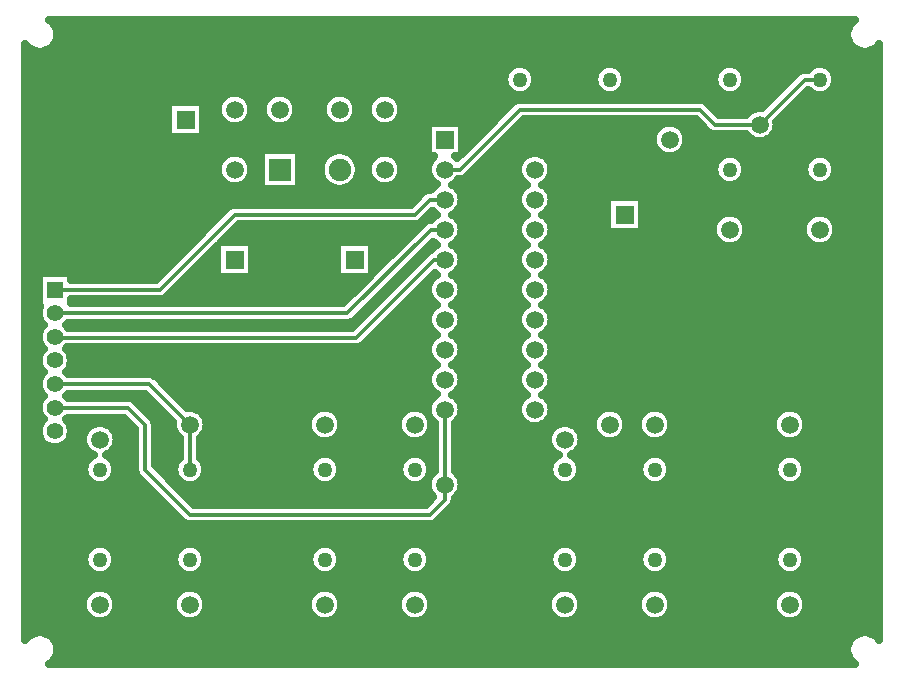
<source format=gbl>
G04 DipTrace 3.2.0.1*
G04 Bottom.gbl*
%MOIN*%
G04 #@! TF.FileFunction,Copper,L2,Bot*
G04 #@! TF.Part,Single*
G04 #@! TA.AperFunction,Conductor*
%ADD14C,0.012992*%
G04 #@! TA.AperFunction,CopperBalancing*
%ADD15C,0.025*%
G04 #@! TA.AperFunction,ComponentPad*
%ADD16C,0.062992*%
%ADD17R,0.062992X0.062992*%
%ADD18C,0.05*%
%ADD19C,0.05*%
%ADD20C,0.062992*%
%ADD21C,0.129921*%
%ADD22R,0.055118X0.055118*%
%ADD23C,0.055118*%
%ADD24C,0.059055*%
%ADD25R,0.059055X0.059055*%
%ADD26R,0.074803X0.074803*%
%ADD27C,0.074803*%
%ADD28C,0.059055*%
%FSLAX26Y26*%
G04*
G70*
G90*
G75*
G01*
G04 Bottom*
%LPD*%
X2793701Y1793701D2*
D14*
X2393701D1*
X2343701Y1843701D1*
Y1943701D1*
X993701Y1093701D2*
Y1243701D1*
X858661Y1378740D1*
X543701D1*
X3093701Y2393701D2*
X3043701D1*
X2893701Y2243701D1*
X2743701D1*
X2693701Y2293701D1*
X2093701D1*
X1893701Y2093701D1*
X1843701D1*
X2893701Y2243701D2*
D3*
X1843701Y1993701D2*
X1793701D1*
X1743701Y1943701D1*
X1143701D1*
X893701Y1693701D1*
X543701D1*
X1843701Y1893701D2*
X1798050D1*
X1519310Y1614961D1*
X543701D1*
X1843701Y1793699D2*
X1809014D1*
X1548772Y1533457D1*
X546465D1*
X543701Y1536220D1*
X1843701Y1293701D2*
Y1043701D1*
Y993701D1*
X1793701Y943701D1*
X993701D1*
X843701Y1093701D1*
Y1243701D1*
X787402Y1300000D1*
X543701D1*
X1843701Y1043701D2*
D3*
X548924Y2566962D2*
D15*
X3188480D1*
X553803Y2542093D2*
X3183600D1*
X547381Y2517224D2*
X3190024D1*
X448089Y2492356D2*
X465014D1*
X522369D2*
X3215034D1*
X3272390D2*
X3289315D1*
X448089Y2467487D2*
X3289315D1*
X448089Y2442618D2*
X2075138D1*
X2112290D2*
X2375129D1*
X2412281D2*
X2775130D1*
X2812282D2*
X3075122D1*
X3112274D2*
X3289315D1*
X448089Y2417749D2*
X2045677D1*
X2141715D2*
X2345668D1*
X2441743D2*
X2745669D1*
X2841743D2*
X3018605D1*
X3141735D2*
X3289315D1*
X448089Y2392881D2*
X2039719D1*
X2147672D2*
X2339711D1*
X2447699D2*
X2739713D1*
X2847701D2*
X2993736D1*
X3147692D2*
X3289315D1*
X448089Y2368012D2*
X2046573D1*
X2140818D2*
X2346566D1*
X2440810D2*
X2746567D1*
X2840811D2*
X2968869D1*
X3140839D2*
X3289315D1*
X448089Y2343143D2*
X1114877D1*
X1172555D2*
X1264873D1*
X1322550D2*
X1464856D1*
X1522533D2*
X1614850D1*
X1672529D2*
X2081453D1*
X2105974D2*
X2381445D1*
X2405966D2*
X2781446D1*
X2805967D2*
X2944001D1*
X3042301D2*
X3081438D1*
X3105959D2*
X3289315D1*
X448089Y2318274D2*
X1090870D1*
X1196525D2*
X1240866D1*
X1346556D2*
X1440849D1*
X1546539D2*
X1590844D1*
X1696535D2*
X2069181D1*
X2718194D2*
X2919134D1*
X3017432D2*
X3289315D1*
X448089Y2293406D2*
X919487D1*
X1040465D2*
X1085164D1*
X1202231D2*
X1235197D1*
X1352227D2*
X1435178D1*
X1552209D2*
X1585175D1*
X1702205D2*
X2044241D1*
X2743134D2*
X2865379D1*
X2992564D2*
X3289315D1*
X448089Y2268537D2*
X919487D1*
X1040465D2*
X1091157D1*
X1196238D2*
X1241154D1*
X1346234D2*
X1441135D1*
X1546252D2*
X1591168D1*
X1696248D2*
X2019374D1*
X2967697D2*
X3289315D1*
X448089Y2243668D2*
X919487D1*
X1040465D2*
X1115990D1*
X1171407D2*
X1266021D1*
X1321402D2*
X1466004D1*
X1521385D2*
X1615999D1*
X1671381D2*
X1785193D1*
X1902223D2*
X1994505D1*
X2092804D2*
X2565890D1*
X2621522D2*
X2694571D1*
X2952231D2*
X3289315D1*
X448089Y2218799D2*
X919487D1*
X1040465D2*
X1785193D1*
X1902223D2*
X1969638D1*
X2067937D2*
X2541130D1*
X2646282D2*
X2719581D1*
X2946382D2*
X3289315D1*
X448089Y2193930D2*
X1785193D1*
X1902223D2*
X1944770D1*
X2043070D2*
X2535173D1*
X2652203D2*
X2865487D1*
X2921908D2*
X3289315D1*
X448089Y2169062D2*
X1785193D1*
X1902223D2*
X1919903D1*
X2018201D2*
X2540878D1*
X2646497D2*
X3289315D1*
X448089Y2144193D2*
X1116923D1*
X1170474D2*
X1227302D1*
X1360085D2*
X1452045D1*
X1535344D2*
X1616932D1*
X1670448D2*
X1785193D1*
X1993333D2*
X2116942D1*
X2170458D2*
X2564992D1*
X2622419D2*
X2781087D1*
X2806290D2*
X3081114D1*
X3106282D2*
X3289315D1*
X448089Y2119324D2*
X1091373D1*
X1196022D2*
X1227302D1*
X1360085D2*
X1432667D1*
X1554722D2*
X1591383D1*
X1696033D2*
X1791402D1*
X1968466D2*
X2091392D1*
X2196008D2*
X2746530D1*
X2840882D2*
X3046522D1*
X3140874D2*
X3289315D1*
X448089Y2094455D2*
X1085201D1*
X1202231D2*
X1227302D1*
X1360085D2*
X1427320D1*
X1560104D2*
X1585175D1*
X1702205D2*
X1785193D1*
X1943598D2*
X2085185D1*
X2202215D2*
X2739713D1*
X2847701D2*
X3039705D1*
X3147692D2*
X3289315D1*
X448089Y2069587D2*
X1090619D1*
X1196777D2*
X1227302D1*
X1360085D2*
X1432021D1*
X1555367D2*
X1590629D1*
X1696751D2*
X1790647D1*
X1918694D2*
X2090639D1*
X2196761D2*
X2745705D1*
X2841707D2*
X3045697D1*
X3141699D2*
X3289315D1*
X448089Y2044718D2*
X1114016D1*
X1173381D2*
X1227302D1*
X1360085D2*
X1450178D1*
X1537210D2*
X1614026D1*
X1673390D2*
X1814008D1*
X1873373D2*
X2114000D1*
X2173400D2*
X2775310D1*
X2812067D2*
X3075337D1*
X3112094D2*
X3289315D1*
X448089Y2019849D2*
X1771091D1*
X1895728D2*
X2091644D1*
X2195756D2*
X3289315D1*
X448089Y1994980D2*
X1745828D1*
X1902223D2*
X2085185D1*
X2202215D2*
X2383203D1*
X2504181D2*
X3289315D1*
X448089Y1970112D2*
X1121444D1*
X1897021D2*
X2090388D1*
X2197012D2*
X2383203D1*
X2504181D2*
X3289315D1*
X448089Y1945243D2*
X1096073D1*
X1794391D2*
X1813112D1*
X1874306D2*
X2113102D1*
X2174298D2*
X2383203D1*
X2504181D2*
X2769245D1*
X2818131D2*
X3069238D1*
X3118159D2*
X3289315D1*
X448089Y1920374D2*
X1071206D1*
X1895478D2*
X2091932D1*
X2195470D2*
X2383203D1*
X2504181D2*
X2741937D1*
X2845475D2*
X3041929D1*
X3145467D2*
X3289315D1*
X448089Y1895505D2*
X1046337D1*
X1144673D2*
X1750709D1*
X1902188D2*
X2085220D1*
X2202180D2*
X2383203D1*
X2504181D2*
X2735227D1*
X2852186D2*
X3035219D1*
X3152177D2*
X3289315D1*
X448089Y1870636D2*
X1021470D1*
X1119804D2*
X1725841D1*
X1897236D2*
X2090136D1*
X2197264D2*
X2740143D1*
X2847269D2*
X3040135D1*
X3147261D2*
X3289315D1*
X448089Y1845768D2*
X996602D1*
X1204205D2*
X1483228D1*
X1604206D2*
X1700972D1*
X1799272D2*
X1812214D1*
X1875203D2*
X2112206D1*
X2175194D2*
X2762213D1*
X2825201D2*
X3062203D1*
X3125193D2*
X3289315D1*
X448089Y1820899D2*
X971735D1*
X1070034D2*
X1083227D1*
X1204205D2*
X1483228D1*
X1604206D2*
X1676105D1*
X1774404D2*
X1787849D1*
X1895190D2*
X2092218D1*
X2195182D2*
X3289315D1*
X448089Y1796030D2*
X946867D1*
X1045165D2*
X1083227D1*
X1204205D2*
X1483228D1*
X1604206D2*
X1651238D1*
X1749537D2*
X1762192D1*
X1902188D2*
X2085220D1*
X2202180D2*
X3289315D1*
X448089Y1771161D2*
X921999D1*
X1020298D2*
X1083227D1*
X1204205D2*
X1483228D1*
X1604206D2*
X1626370D1*
X1724669D2*
X1737324D1*
X1897487D2*
X2089921D1*
X2197479D2*
X3289315D1*
X448089Y1746293D2*
X487155D1*
X600238D2*
X897131D1*
X995430D2*
X1083227D1*
X1204205D2*
X1483228D1*
X1699801D2*
X1712455D1*
X1876064D2*
X2111345D1*
X2176056D2*
X3289315D1*
X448089Y1721424D2*
X487155D1*
X970563D2*
X1576634D1*
X1674933D2*
X1687588D1*
X1894867D2*
X2092505D1*
X2194895D2*
X3289315D1*
X448089Y1696555D2*
X487155D1*
X945694D2*
X1551766D1*
X1650066D2*
X1662720D1*
X1761020D2*
X1785265D1*
X1902152D2*
X2085257D1*
X2202143D2*
X3289315D1*
X448089Y1671686D2*
X487155D1*
X920827D2*
X1526899D1*
X1625198D2*
X1637853D1*
X1736152D2*
X1789678D1*
X1897702D2*
X2089671D1*
X2197730D2*
X3289315D1*
X448089Y1646818D2*
X487155D1*
X1600329D2*
X1612986D1*
X1711283D2*
X1810528D1*
X1876853D2*
X2110520D1*
X2176881D2*
X3289315D1*
X448089Y1621949D2*
X487621D1*
X1575462D2*
X1588117D1*
X1686416D2*
X1792836D1*
X1894580D2*
X2092828D1*
X2194572D2*
X3289315D1*
X448089Y1597080D2*
X490205D1*
X1550594D2*
X1563272D1*
X1661549D2*
X1785301D1*
X1902115D2*
X2085293D1*
X2202108D2*
X3289315D1*
X448089Y1572211D2*
X500862D1*
X586530D2*
X1538382D1*
X1636681D2*
X1789463D1*
X1897917D2*
X2089455D1*
X2197945D2*
X3289315D1*
X448089Y1547343D2*
X488303D1*
X1611812D2*
X1809738D1*
X1877643D2*
X2109765D1*
X2177635D2*
X3289315D1*
X448089Y1522474D2*
X488913D1*
X1586945D2*
X1793123D1*
X1894257D2*
X2093151D1*
X2194249D2*
X3289315D1*
X448089Y1497605D2*
X503374D1*
X584018D2*
X1785301D1*
X1902080D2*
X2085328D1*
X2202072D2*
X3289315D1*
X448089Y1472736D2*
X489344D1*
X598049D2*
X1789248D1*
X1898133D2*
X2089240D1*
X2198160D2*
X3289315D1*
X448089Y1447867D2*
X488016D1*
X599377D2*
X1808984D1*
X1878396D2*
X2108976D1*
X2178424D2*
X3289315D1*
X448089Y1422999D2*
X499571D1*
X587822D2*
X1793446D1*
X1893934D2*
X2093438D1*
X2193962D2*
X3289315D1*
X448089Y1398130D2*
X490743D1*
X888424D2*
X1785373D1*
X1902045D2*
X2085365D1*
X2202035D2*
X3289315D1*
X448089Y1373261D2*
X487442D1*
X913291D2*
X1789033D1*
X1898348D2*
X2089025D1*
X2198375D2*
X3289315D1*
X448089Y1348392D2*
X496484D1*
X938159D2*
X1808266D1*
X1879150D2*
X2108259D1*
X2179142D2*
X3289315D1*
X448089Y1323524D2*
X492537D1*
X813031D2*
X864728D1*
X963026D2*
X1793769D1*
X1893612D2*
X2093761D1*
X2193639D2*
X3289315D1*
X448089Y1298655D2*
X487155D1*
X837899D2*
X889596D1*
X1007093D2*
X1430335D1*
X1457080D2*
X1730327D1*
X1757072D2*
X1785408D1*
X1902008D2*
X2085400D1*
X2202000D2*
X2380332D1*
X2407079D2*
X2530328D1*
X2557075D2*
X2980316D1*
X3007062D2*
X3289315D1*
X448089Y1273786D2*
X493937D1*
X862766D2*
X914463D1*
X1043444D2*
X1393948D1*
X1493467D2*
X1693940D1*
X1898563D2*
X2088845D1*
X2198555D2*
X2343946D1*
X2443465D2*
X2493942D1*
X2593461D2*
X2943929D1*
X3043449D2*
X3289315D1*
X448089Y1248917D2*
X494762D1*
X592630D2*
X681755D1*
X705665D2*
X789335D1*
X878770D2*
X935420D1*
X1051984D2*
X1385408D1*
X1501971D2*
X1685436D1*
X1879867D2*
X2107541D1*
X2179860D2*
X2231736D1*
X2255647D2*
X2335441D1*
X2451970D2*
X2485437D1*
X2601966D2*
X2935425D1*
X3051990D2*
X3289315D1*
X448089Y1224049D2*
X487226D1*
X600165D2*
X644112D1*
X743272D2*
X808210D1*
X879201D2*
X938757D1*
X1048647D2*
X1388744D1*
X1498671D2*
X1688736D1*
X1798661D2*
X1808181D1*
X1879186D2*
X2194130D1*
X2293290D2*
X2338743D1*
X2448668D2*
X2488739D1*
X2598664D2*
X2938726D1*
X3048652D2*
X3289315D1*
X448089Y1199180D2*
X491856D1*
X595537D2*
X635463D1*
X751957D2*
X808210D1*
X879201D2*
X957202D1*
X1030202D2*
X1407189D1*
X1480190D2*
X1707217D1*
X1780218D2*
X1808196D1*
X1879186D2*
X2185445D1*
X2301937D2*
X2357188D1*
X2430188D2*
X2507182D1*
X2580219D2*
X2957206D1*
X3030207D2*
X3289315D1*
X448089Y1174311D2*
X514427D1*
X573001D2*
X638657D1*
X748762D2*
X808210D1*
X879201D2*
X958206D1*
X1029197D2*
X1808196D1*
X1879186D2*
X2188639D1*
X2298744D2*
X3289315D1*
X448089Y1149442D2*
X656850D1*
X730533D2*
X808210D1*
X879201D2*
X958206D1*
X1029197D2*
X1808196D1*
X1879186D2*
X2206869D1*
X2280551D2*
X3289315D1*
X448089Y1124573D2*
X649997D1*
X737423D2*
X808210D1*
X879201D2*
X949988D1*
X1037415D2*
X1399976D1*
X1487403D2*
X1700004D1*
X1787394D2*
X1808196D1*
X1879186D2*
X2199979D1*
X2287404D2*
X2500007D1*
X2587396D2*
X2949993D1*
X3037420D2*
X3289315D1*
X448089Y1099705D2*
X640056D1*
X747327D2*
X808210D1*
X886845D2*
X940049D1*
X1047354D2*
X1390072D1*
X1497343D2*
X1690064D1*
X1797335D2*
X1808196D1*
X1879186D2*
X2190075D1*
X2297344D2*
X2490067D1*
X2597336D2*
X2940054D1*
X3047324D2*
X3289315D1*
X448089Y1074836D2*
X643286D1*
X744097D2*
X814131D1*
X911713D2*
X943278D1*
X1044125D2*
X1393302D1*
X1494113D2*
X1693294D1*
X1892786D2*
X2193304D1*
X2294115D2*
X2493295D1*
X2594106D2*
X2943283D1*
X3044130D2*
X3289315D1*
X448089Y1049967D2*
X664028D1*
X723392D2*
X838281D1*
X936580D2*
X964020D1*
X1023385D2*
X1414007D1*
X1473371D2*
X1714035D1*
X1773399D2*
X1785516D1*
X1901865D2*
X2214009D1*
X2273374D2*
X2514037D1*
X2573366D2*
X2964025D1*
X3023390D2*
X3289315D1*
X448089Y1025098D2*
X863150D1*
X961448D2*
X1788350D1*
X1899030D2*
X3289315D1*
X448089Y1000230D2*
X888017D1*
X986316D2*
X1801091D1*
X1881518D2*
X3289315D1*
X448089Y975361D2*
X912885D1*
X1873623D2*
X3289315D1*
X448089Y950492D2*
X937752D1*
X1849654D2*
X3289315D1*
X448089Y925623D2*
X962619D1*
X1824786D2*
X3289315D1*
X448089Y900755D2*
X3289315D1*
X448089Y875886D2*
X3289315D1*
X448089Y851017D2*
X3289315D1*
X448089Y826148D2*
X651217D1*
X736167D2*
X951209D1*
X1036194D2*
X1401232D1*
X1486182D2*
X1701224D1*
X1786175D2*
X2201235D1*
X2286185D2*
X2501226D1*
X2586176D2*
X2951214D1*
X3036199D2*
X3289315D1*
X448089Y801280D2*
X640273D1*
X747147D2*
X940264D1*
X1047139D2*
X1390252D1*
X1497127D2*
X1690280D1*
X1797119D2*
X2190253D1*
X2297129D2*
X2490282D1*
X2597121D2*
X2940269D1*
X3047144D2*
X3289315D1*
X448089Y776411D2*
X642713D1*
X744707D2*
X942705D1*
X1044699D2*
X1392692D1*
X1494686D2*
X1692684D1*
X1794715D2*
X2192694D1*
X2294689D2*
X2492686D1*
X2594717D2*
X2942710D1*
X3044705D2*
X3289315D1*
X448089Y751542D2*
X661623D1*
X725761D2*
X961651D1*
X1025752D2*
X1411639D1*
X1475776D2*
X1711631D1*
X1775768D2*
X2211640D1*
X2275778D2*
X2511633D1*
X2575770D2*
X2961621D1*
X3025757D2*
X3289315D1*
X448089Y726673D2*
X3289315D1*
X448089Y701804D2*
X3289315D1*
X448089Y676936D2*
X646122D1*
X741298D2*
X946113D1*
X1041290D2*
X1396101D1*
X1491314D2*
X1696093D1*
X1791306D2*
X2196104D1*
X2291280D2*
X2496094D1*
X2591307D2*
X2946118D1*
X3041295D2*
X3289315D1*
X448089Y652067D2*
X635823D1*
X751597D2*
X935815D1*
X1051589D2*
X1385802D1*
X1501576D2*
X1685794D1*
X1801605D2*
X2185804D1*
X2301579D2*
X2485797D1*
X2601606D2*
X2935820D1*
X3051594D2*
X3289315D1*
X448089Y627198D2*
X637652D1*
X749731D2*
X937681D1*
X1049723D2*
X1387668D1*
X1499747D2*
X1687660D1*
X1799739D2*
X2187671D1*
X2299748D2*
X2487661D1*
X2599740D2*
X2937650D1*
X3049728D2*
X3289315D1*
X448089Y602329D2*
X653442D1*
X733978D2*
X953433D1*
X1033970D2*
X1403421D1*
X1483958D2*
X1703413D1*
X1783986D2*
X2203424D1*
X2283959D2*
X2503415D1*
X2583987D2*
X2953438D1*
X3033975D2*
X3289315D1*
X448089Y577461D2*
X3289315D1*
X448071Y552592D2*
X3289315D1*
X542715Y527723D2*
X3194688D1*
X553085Y502854D2*
X3184318D1*
X551651Y477986D2*
X3185753D1*
X537117Y453117D2*
X3200286D1*
X1098308Y1851689D2*
X1201689D1*
Y1735713D1*
X1085713D1*
Y1839094D1*
X915125Y1668617D1*
X910937Y1665573D1*
X906325Y1663223D1*
X901402Y1661625D1*
X896289Y1660814D1*
X829396Y1660713D1*
X597764D1*
X597752Y1647958D1*
X1505648Y1647949D1*
X1593394Y1735697D1*
X1485713Y1735713D1*
Y1851689D1*
X1601689D1*
Y1744000D1*
X1776626Y1918785D1*
X1780814Y1921828D1*
X1785425Y1924178D1*
X1790349Y1925777D1*
X1795462Y1926588D1*
X1798060Y1926689D1*
X1804089Y1933312D1*
X1810773Y1939022D1*
X1818440Y1943694D1*
X1810773Y1948379D1*
X1804089Y1954089D1*
X1802491Y1955818D1*
X1765125Y1918617D1*
X1760937Y1915573D1*
X1756325Y1913223D1*
X1751402Y1911623D1*
X1746289Y1910814D1*
X1679396Y1910713D1*
X1157388D1*
X1098340Y1851688D1*
X2394899Y2001689D2*
X2501689D1*
Y1885713D1*
X2385713D1*
Y2001689D1*
X2394899D1*
X2145034Y2389661D2*
X2143770Y2381680D1*
X2141273Y2373996D1*
X2137605Y2366797D1*
X2132856Y2360260D1*
X2127142Y2354546D1*
X2120605Y2349797D1*
X2113406Y2346129D1*
X2105722Y2343631D1*
X2097740Y2342367D1*
X2089661D1*
X2081680Y2343631D1*
X2073996Y2346129D1*
X2066797Y2349797D1*
X2060260Y2354546D1*
X2054546Y2360260D1*
X2049797Y2366797D1*
X2046129Y2373996D1*
X2043631Y2381680D1*
X2042367Y2389661D1*
Y2397740D1*
X2043631Y2405722D1*
X2046129Y2413406D1*
X2049797Y2420605D1*
X2054546Y2427142D1*
X2060260Y2432856D1*
X2066797Y2437605D1*
X2073996Y2441273D1*
X2081680Y2443770D1*
X2089661Y2445034D1*
X2097740D1*
X2105722Y2443770D1*
X2113406Y2441273D1*
X2120605Y2437605D1*
X2127142Y2432856D1*
X2132856Y2427142D1*
X2137605Y2420605D1*
X2141273Y2413406D1*
X2143770Y2405722D1*
X2145034Y2397740D1*
Y2389661D1*
X2445034D2*
X2443770Y2381680D1*
X2441273Y2373996D1*
X2437605Y2366797D1*
X2432856Y2360260D1*
X2427142Y2354546D1*
X2420605Y2349797D1*
X2413406Y2346129D1*
X2405722Y2343631D1*
X2397740Y2342367D1*
X2389661D1*
X2381680Y2343631D1*
X2373996Y2346129D1*
X2366797Y2349797D1*
X2360260Y2354546D1*
X2354546Y2360260D1*
X2349797Y2366797D1*
X2346129Y2373996D1*
X2343631Y2381680D1*
X2342367Y2389661D1*
Y2397740D1*
X2343631Y2405722D1*
X2346129Y2413406D1*
X2349797Y2420605D1*
X2354546Y2427142D1*
X2360260Y2432856D1*
X2366797Y2437605D1*
X2373996Y2441273D1*
X2381680Y2443770D1*
X2389661Y2445034D1*
X2397740D1*
X2405722Y2443770D1*
X2413406Y2441273D1*
X2420605Y2437605D1*
X2427142Y2432856D1*
X2432856Y2427142D1*
X2437605Y2420605D1*
X2441273Y2413406D1*
X2443770Y2405722D1*
X2445034Y2397740D1*
Y2389661D1*
X2595034Y1089661D2*
X2593770Y1081680D1*
X2591273Y1073996D1*
X2587605Y1066797D1*
X2582856Y1060260D1*
X2577142Y1054546D1*
X2570605Y1049797D1*
X2563406Y1046129D1*
X2555722Y1043631D1*
X2547740Y1042367D1*
X2539661D1*
X2531680Y1043631D1*
X2523996Y1046129D1*
X2516797Y1049797D1*
X2510260Y1054546D1*
X2504546Y1060260D1*
X2499797Y1066797D1*
X2496129Y1073996D1*
X2493631Y1081680D1*
X2492367Y1089661D1*
Y1097740D1*
X2493631Y1105722D1*
X2496129Y1113406D1*
X2499797Y1120605D1*
X2504546Y1127142D1*
X2510260Y1132856D1*
X2516797Y1137605D1*
X2523996Y1141273D1*
X2531680Y1143770D1*
X2539661Y1145034D1*
X2547740D1*
X2555722Y1143770D1*
X2563406Y1141273D1*
X2570605Y1137605D1*
X2577142Y1132856D1*
X2582856Y1127142D1*
X2587605Y1120605D1*
X2591273Y1113406D1*
X2593770Y1105722D1*
X2595034Y1097740D1*
Y1089661D1*
Y789661D2*
X2593770Y781680D1*
X2591273Y773996D1*
X2587605Y766797D1*
X2582856Y760260D1*
X2577142Y754546D1*
X2570605Y749797D1*
X2563406Y746129D1*
X2555722Y743631D1*
X2547740Y742367D1*
X2539661D1*
X2531680Y743631D1*
X2523996Y746129D1*
X2516797Y749797D1*
X2510260Y754546D1*
X2504546Y760260D1*
X2499797Y766797D1*
X2496129Y773996D1*
X2493631Y781680D1*
X2492367Y789661D1*
Y797740D1*
X2493631Y805722D1*
X2496129Y813406D1*
X2499797Y820605D1*
X2504546Y827142D1*
X2510260Y832856D1*
X2516797Y837605D1*
X2523996Y841273D1*
X2531680Y843770D1*
X2539661Y845034D1*
X2547740D1*
X2555722Y843770D1*
X2563406Y841273D1*
X2570605Y837605D1*
X2577142Y832856D1*
X2582856Y827142D1*
X2587605Y820605D1*
X2591273Y813406D1*
X2593770Y805722D1*
X2595034Y797740D1*
Y789661D1*
X2295034Y1089661D2*
X2293770Y1081680D1*
X2291273Y1073996D1*
X2287605Y1066797D1*
X2282856Y1060260D1*
X2277142Y1054546D1*
X2270605Y1049797D1*
X2263406Y1046129D1*
X2255722Y1043631D1*
X2247740Y1042367D1*
X2239661D1*
X2231680Y1043631D1*
X2223996Y1046129D1*
X2216797Y1049797D1*
X2210260Y1054546D1*
X2204546Y1060260D1*
X2199797Y1066797D1*
X2196129Y1073996D1*
X2193631Y1081680D1*
X2192367Y1089661D1*
Y1097740D1*
X2193631Y1105722D1*
X2196129Y1113406D1*
X2199797Y1120605D1*
X2204546Y1127142D1*
X2210260Y1132856D1*
X2216797Y1137605D1*
X2223982Y1141266D1*
X2218269Y1143787D1*
X2210773Y1148379D1*
X2204089Y1154089D1*
X2198379Y1160773D1*
X2193787Y1168269D1*
X2190423Y1176390D1*
X2188371Y1184937D1*
X2187681Y1193701D1*
X2188371Y1202465D1*
X2190423Y1211012D1*
X2193787Y1219133D1*
X2198379Y1226629D1*
X2204089Y1233312D1*
X2210773Y1239022D1*
X2218269Y1243614D1*
X2226390Y1246979D1*
X2234937Y1249030D1*
X2243701Y1249720D1*
X2252465Y1249030D1*
X2261012Y1246979D1*
X2269133Y1243614D1*
X2276629Y1239022D1*
X2283312Y1233312D1*
X2289022Y1226629D1*
X2293614Y1219133D1*
X2296979Y1211012D1*
X2299030Y1202465D1*
X2299720Y1193701D1*
X2299030Y1184937D1*
X2296979Y1176390D1*
X2293614Y1168269D1*
X2289022Y1160773D1*
X2283312Y1154089D1*
X2276629Y1148379D1*
X2269133Y1143787D1*
X2263349Y1141285D1*
X2270605Y1137605D1*
X2277142Y1132856D1*
X2282856Y1127142D1*
X2287605Y1120605D1*
X2291273Y1113406D1*
X2293770Y1105722D1*
X2295034Y1097740D1*
Y1089661D1*
Y789661D2*
X2293770Y781680D1*
X2291273Y773996D1*
X2287605Y766797D1*
X2282856Y760260D1*
X2277142Y754546D1*
X2270605Y749797D1*
X2263406Y746129D1*
X2255722Y743631D1*
X2247740Y742367D1*
X2239661D1*
X2231680Y743631D1*
X2223996Y746129D1*
X2216797Y749797D1*
X2210260Y754546D1*
X2204546Y760260D1*
X2199797Y766797D1*
X2196129Y773996D1*
X2193631Y781680D1*
X2192367Y789661D1*
Y797740D1*
X2193631Y805722D1*
X2196129Y813406D1*
X2199797Y820605D1*
X2204546Y827142D1*
X2210260Y832856D1*
X2216797Y837605D1*
X2223996Y841273D1*
X2231680Y843770D1*
X2239661Y845034D1*
X2247740D1*
X2255722Y843770D1*
X2263406Y841273D1*
X2270605Y837605D1*
X2277142Y832856D1*
X2282856Y827142D1*
X2287605Y820605D1*
X2291273Y813406D1*
X2293770Y805722D1*
X2295034Y797740D1*
Y789661D1*
X745034Y1089661D2*
X743770Y1081680D1*
X741273Y1073996D1*
X737605Y1066797D1*
X732856Y1060260D1*
X727142Y1054546D1*
X720605Y1049797D1*
X713406Y1046129D1*
X705722Y1043631D1*
X697740Y1042367D1*
X689661D1*
X681680Y1043631D1*
X673996Y1046129D1*
X666797Y1049797D1*
X660260Y1054546D1*
X654546Y1060260D1*
X649797Y1066797D1*
X646129Y1073996D1*
X643631Y1081680D1*
X642367Y1089661D1*
Y1097740D1*
X643631Y1105722D1*
X646129Y1113406D1*
X649797Y1120605D1*
X654546Y1127142D1*
X660260Y1132856D1*
X666797Y1137605D1*
X673982Y1141266D1*
X668269Y1143787D1*
X660773Y1148379D1*
X654089Y1154089D1*
X648379Y1160773D1*
X643787Y1168269D1*
X640423Y1176390D1*
X638371Y1184937D1*
X637681Y1193701D1*
X638371Y1202465D1*
X640423Y1211012D1*
X643787Y1219133D1*
X648379Y1226629D1*
X654089Y1233312D1*
X660773Y1239022D1*
X668269Y1243614D1*
X676390Y1246979D1*
X684937Y1249030D1*
X693701Y1249720D1*
X702465Y1249030D1*
X711012Y1246979D1*
X719133Y1243614D1*
X726629Y1239022D1*
X733312Y1233312D1*
X739022Y1226629D1*
X743614Y1219133D1*
X746979Y1211012D1*
X749030Y1202465D1*
X749720Y1193701D1*
X749030Y1184937D1*
X746979Y1176390D1*
X743614Y1168269D1*
X739022Y1160773D1*
X733312Y1154089D1*
X726629Y1148379D1*
X719133Y1143787D1*
X713349Y1141285D1*
X720605Y1137605D1*
X727142Y1132856D1*
X732856Y1127142D1*
X737605Y1120605D1*
X741273Y1113406D1*
X743770Y1105722D1*
X745034Y1097740D1*
Y1089661D1*
Y789661D2*
X743770Y781680D1*
X741273Y773996D1*
X737605Y766797D1*
X732856Y760260D1*
X727142Y754546D1*
X720605Y749797D1*
X713406Y746129D1*
X705722Y743631D1*
X697740Y742367D1*
X689661D1*
X681680Y743631D1*
X673996Y746129D1*
X666797Y749797D1*
X660260Y754546D1*
X654546Y760260D1*
X649797Y766797D1*
X646129Y773996D1*
X643631Y781680D1*
X642367Y789661D1*
Y797740D1*
X643631Y805722D1*
X646129Y813406D1*
X649797Y820605D1*
X654546Y827142D1*
X660260Y832856D1*
X666797Y837605D1*
X673996Y841273D1*
X681680Y843770D1*
X689661Y845034D1*
X697740D1*
X705722Y843770D1*
X713406Y841273D1*
X720605Y837605D1*
X727142Y832856D1*
X732856Y827142D1*
X737605Y820605D1*
X741273Y813406D1*
X743770Y805722D1*
X745034Y797740D1*
Y789661D1*
X1045034Y1089661D2*
X1043770Y1081680D1*
X1041273Y1073996D1*
X1037605Y1066797D1*
X1032856Y1060260D1*
X1027142Y1054546D1*
X1020605Y1049797D1*
X1013406Y1046129D1*
X1005722Y1043631D1*
X997740Y1042367D1*
X989661D1*
X981680Y1043631D1*
X973996Y1046129D1*
X966797Y1049797D1*
X960260Y1054546D1*
X954546Y1060260D1*
X949797Y1066797D1*
X946129Y1073996D1*
X943631Y1081680D1*
X942367Y1089661D1*
Y1097740D1*
X943631Y1105722D1*
X946129Y1113406D1*
X949797Y1120605D1*
X954546Y1127142D1*
X960718Y1133218D1*
X960713Y1198446D1*
X954089Y1204089D1*
X948379Y1210773D1*
X943787Y1218269D1*
X940423Y1226390D1*
X938371Y1234937D1*
X937681Y1243701D1*
X938361Y1252379D1*
X845001Y1345747D1*
X586551Y1345752D1*
X580715Y1339406D1*
X586475Y1332982D1*
X789990Y1332887D1*
X795102Y1332077D1*
X800026Y1330478D1*
X804638Y1328127D1*
X808825Y1325084D1*
X856198Y1277856D1*
X868785Y1265125D1*
X871828Y1260937D1*
X874178Y1256325D1*
X875778Y1251402D1*
X876588Y1246289D1*
X876689Y1179396D1*
Y1107377D1*
X1007370Y976684D1*
X1780031Y976689D1*
X1805822Y1002475D1*
X1801104Y1007319D1*
X1795936Y1014430D1*
X1791945Y1022262D1*
X1789228Y1030623D1*
X1787854Y1039306D1*
Y1048096D1*
X1789228Y1056778D1*
X1791945Y1065139D1*
X1795936Y1072971D1*
X1801104Y1080083D1*
X1807319Y1086298D1*
X1810706Y1088969D1*
X1810713Y1248420D1*
X1804089Y1254089D1*
X1798379Y1260773D1*
X1795457Y1265139D1*
X1798173Y1256778D1*
X1799547Y1248096D1*
Y1239306D1*
X1798173Y1230623D1*
X1795457Y1222262D1*
X1791466Y1214430D1*
X1786298Y1207319D1*
X1780083Y1201104D1*
X1772971Y1195936D1*
X1765139Y1191945D1*
X1756778Y1189228D1*
X1748096Y1187854D1*
X1739306D1*
X1730623Y1189228D1*
X1722262Y1191945D1*
X1714430Y1195936D1*
X1707319Y1201104D1*
X1701104Y1207319D1*
X1695936Y1214430D1*
X1691945Y1222262D1*
X1689228Y1230623D1*
X1687854Y1239306D1*
Y1248096D1*
X1689228Y1256778D1*
X1691945Y1265139D1*
X1695936Y1272971D1*
X1701104Y1280083D1*
X1707319Y1286298D1*
X1714430Y1291466D1*
X1722262Y1295457D1*
X1730623Y1298173D1*
X1739306Y1299547D1*
X1748096D1*
X1756778Y1298173D1*
X1765139Y1295457D1*
X1772971Y1291466D1*
X1780083Y1286298D1*
X1786298Y1280083D1*
X1791466Y1272971D1*
X1791945Y1272262D1*
X1789228Y1280623D1*
X1787854Y1289306D1*
Y1298096D1*
X1789228Y1306778D1*
X1791945Y1315139D1*
X1795936Y1322971D1*
X1801104Y1330083D1*
X1807319Y1336298D1*
X1814430Y1341466D1*
X1818269Y1343786D1*
X1810773Y1348378D1*
X1804089Y1354088D1*
X1798379Y1360772D1*
X1793787Y1368268D1*
X1790423Y1376388D1*
X1788371Y1384936D1*
X1787681Y1393699D1*
X1788371Y1402463D1*
X1790423Y1411010D1*
X1793787Y1419131D1*
X1798379Y1426627D1*
X1804089Y1433311D1*
X1810773Y1439021D1*
X1818440Y1443693D1*
X1810773Y1448378D1*
X1804089Y1454088D1*
X1798379Y1460772D1*
X1793787Y1468268D1*
X1790423Y1476388D1*
X1788371Y1484936D1*
X1787681Y1493699D1*
X1788371Y1502463D1*
X1790423Y1511010D1*
X1793787Y1519131D1*
X1798379Y1526627D1*
X1804089Y1533311D1*
X1810773Y1539021D1*
X1818440Y1543693D1*
X1810773Y1548379D1*
X1804089Y1554089D1*
X1798379Y1560773D1*
X1793787Y1568269D1*
X1790423Y1576390D1*
X1788371Y1584937D1*
X1787681Y1593701D1*
X1788371Y1602465D1*
X1790423Y1611012D1*
X1793787Y1619133D1*
X1798379Y1626629D1*
X1804089Y1633312D1*
X1810773Y1639022D1*
X1818440Y1643694D1*
X1810773Y1648378D1*
X1804089Y1654088D1*
X1798379Y1660772D1*
X1793787Y1668268D1*
X1790423Y1676388D1*
X1788371Y1684936D1*
X1787681Y1693699D1*
X1788371Y1702463D1*
X1790423Y1711010D1*
X1793787Y1719131D1*
X1798379Y1726627D1*
X1804089Y1733311D1*
X1810773Y1739021D1*
X1818440Y1743693D1*
X1810543Y1748559D1*
X1570196Y1508373D1*
X1566008Y1505329D1*
X1561396Y1502979D1*
X1556472Y1501379D1*
X1551360Y1500570D1*
X1484467Y1500469D1*
X584240D1*
X580715Y1496886D1*
X584802Y1492584D1*
X589787Y1485722D1*
X593638Y1478165D1*
X596259Y1470098D1*
X597585Y1461720D1*
Y1453240D1*
X596259Y1444862D1*
X593638Y1436795D1*
X589787Y1429239D1*
X584802Y1422377D1*
X580715Y1418146D1*
X586475Y1411722D1*
X861249Y1411627D1*
X866362Y1410818D1*
X871286Y1409218D1*
X875898Y1406867D1*
X880085Y1403824D1*
X927458Y1356596D1*
X985031Y1299022D1*
X993701Y1299720D1*
X1002465Y1299030D1*
X1011012Y1296979D1*
X1019133Y1293614D1*
X1026629Y1289022D1*
X1033312Y1283312D1*
X1039022Y1276629D1*
X1043614Y1269133D1*
X1046979Y1261012D1*
X1049030Y1252465D1*
X1049720Y1243701D1*
X1049030Y1234937D1*
X1046979Y1226390D1*
X1043614Y1218269D1*
X1039022Y1210773D1*
X1033312Y1204089D1*
X1026696Y1198433D1*
X1026689Y1133214D1*
X1032856Y1127142D1*
X1037605Y1120605D1*
X1041273Y1113406D1*
X1043770Y1105722D1*
X1045034Y1097740D1*
Y1089661D1*
Y789661D2*
X1043770Y781680D1*
X1041273Y773996D1*
X1037605Y766797D1*
X1032856Y760260D1*
X1027142Y754546D1*
X1020605Y749797D1*
X1013406Y746129D1*
X1005722Y743631D1*
X997740Y742367D1*
X989661D1*
X981680Y743631D1*
X973996Y746129D1*
X966797Y749797D1*
X960260Y754546D1*
X954546Y760260D1*
X949797Y766797D1*
X946129Y773996D1*
X943631Y781680D1*
X942367Y789661D1*
Y797740D1*
X943631Y805722D1*
X946129Y813406D1*
X949797Y820605D1*
X954546Y827142D1*
X960260Y832856D1*
X966797Y837605D1*
X973996Y841273D1*
X981680Y843770D1*
X989661Y845034D1*
X997740D1*
X1005722Y843770D1*
X1013406Y841273D1*
X1020605Y837605D1*
X1027142Y832856D1*
X1032856Y827142D1*
X1037605Y820605D1*
X1041273Y813406D1*
X1043770Y805722D1*
X1045034Y797740D1*
Y789661D1*
X1495034Y1089661D2*
X1493770Y1081680D1*
X1491273Y1073996D1*
X1487605Y1066797D1*
X1482856Y1060260D1*
X1477142Y1054546D1*
X1470605Y1049797D1*
X1463406Y1046129D1*
X1455722Y1043631D1*
X1447740Y1042367D1*
X1439661D1*
X1431680Y1043631D1*
X1423996Y1046129D1*
X1416797Y1049797D1*
X1410260Y1054546D1*
X1404546Y1060260D1*
X1399797Y1066797D1*
X1396129Y1073996D1*
X1393631Y1081680D1*
X1392367Y1089661D1*
Y1097740D1*
X1393631Y1105722D1*
X1396129Y1113406D1*
X1399797Y1120605D1*
X1404546Y1127142D1*
X1410260Y1132856D1*
X1416797Y1137605D1*
X1423996Y1141273D1*
X1431680Y1143770D1*
X1439661Y1145034D1*
X1447740D1*
X1455722Y1143770D1*
X1463406Y1141273D1*
X1470605Y1137605D1*
X1477142Y1132856D1*
X1482856Y1127142D1*
X1487605Y1120605D1*
X1491273Y1113406D1*
X1493770Y1105722D1*
X1495034Y1097740D1*
Y1089661D1*
Y789661D2*
X1493770Y781680D1*
X1491273Y773996D1*
X1487605Y766797D1*
X1482856Y760260D1*
X1477142Y754546D1*
X1470605Y749797D1*
X1463406Y746129D1*
X1455722Y743631D1*
X1447740Y742367D1*
X1439661D1*
X1431680Y743631D1*
X1423996Y746129D1*
X1416797Y749797D1*
X1410260Y754546D1*
X1404546Y760260D1*
X1399797Y766797D1*
X1396129Y773996D1*
X1393631Y781680D1*
X1392367Y789661D1*
Y797740D1*
X1393631Y805722D1*
X1396129Y813406D1*
X1399797Y820605D1*
X1404546Y827142D1*
X1410260Y832856D1*
X1416797Y837605D1*
X1423996Y841273D1*
X1431680Y843770D1*
X1439661Y845034D1*
X1447740D1*
X1455722Y843770D1*
X1463406Y841273D1*
X1470605Y837605D1*
X1477142Y832856D1*
X1482856Y827142D1*
X1487605Y820605D1*
X1491273Y813406D1*
X1493770Y805722D1*
X1495034Y797740D1*
Y789661D1*
X1795034Y1089661D2*
X1793770Y1081680D1*
X1791273Y1073996D1*
X1787605Y1066797D1*
X1782856Y1060260D1*
X1777142Y1054546D1*
X1770605Y1049797D1*
X1763406Y1046129D1*
X1755722Y1043631D1*
X1747740Y1042367D1*
X1739661D1*
X1731680Y1043631D1*
X1723996Y1046129D1*
X1716797Y1049797D1*
X1710260Y1054546D1*
X1704546Y1060260D1*
X1699797Y1066797D1*
X1696129Y1073996D1*
X1693631Y1081680D1*
X1692367Y1089661D1*
Y1097740D1*
X1693631Y1105722D1*
X1696129Y1113406D1*
X1699797Y1120605D1*
X1704546Y1127142D1*
X1710260Y1132856D1*
X1716797Y1137605D1*
X1723996Y1141273D1*
X1731680Y1143770D1*
X1739661Y1145034D1*
X1747740D1*
X1755722Y1143770D1*
X1763406Y1141273D1*
X1770605Y1137605D1*
X1777142Y1132856D1*
X1782856Y1127142D1*
X1787605Y1120605D1*
X1791273Y1113406D1*
X1793770Y1105722D1*
X1795034Y1097740D1*
Y1089661D1*
Y789661D2*
X1793770Y781680D1*
X1791273Y773996D1*
X1787605Y766797D1*
X1782856Y760260D1*
X1777142Y754546D1*
X1770605Y749797D1*
X1763406Y746129D1*
X1755722Y743631D1*
X1747740Y742367D1*
X1739661D1*
X1731680Y743631D1*
X1723996Y746129D1*
X1716797Y749797D1*
X1710260Y754546D1*
X1704546Y760260D1*
X1699797Y766797D1*
X1696129Y773996D1*
X1693631Y781680D1*
X1692367Y789661D1*
Y797740D1*
X1693631Y805722D1*
X1696129Y813406D1*
X1699797Y820605D1*
X1704546Y827142D1*
X1710260Y832856D1*
X1716797Y837605D1*
X1723996Y841273D1*
X1731680Y843770D1*
X1739661Y845034D1*
X1747740D1*
X1755722Y843770D1*
X1763406Y841273D1*
X1770605Y837605D1*
X1777142Y832856D1*
X1782856Y827142D1*
X1787605Y820605D1*
X1791273Y813406D1*
X1793770Y805722D1*
X1795034Y797740D1*
Y789661D1*
X3145034Y2389661D2*
X3143770Y2381680D1*
X3141273Y2373996D1*
X3137605Y2366797D1*
X3132856Y2360260D1*
X3127142Y2354546D1*
X3120605Y2349797D1*
X3113406Y2346129D1*
X3105722Y2343631D1*
X3097740Y2342367D1*
X3089661D1*
X3081680Y2343631D1*
X3073996Y2346129D1*
X3066797Y2349797D1*
X3060260Y2354546D1*
X3055693Y2359018D1*
X2949063Y2252411D1*
X2949720Y2243701D1*
X2949030Y2234937D1*
X2946979Y2226390D1*
X2943614Y2218269D1*
X2939022Y2210773D1*
X2933312Y2204089D1*
X2926629Y2198379D1*
X2919133Y2193787D1*
X2911012Y2190423D1*
X2902465Y2188371D1*
X2893701Y2187681D1*
X2884937Y2188371D1*
X2876390Y2190423D1*
X2868269Y2193787D1*
X2860773Y2198379D1*
X2854089Y2204089D1*
X2848433Y2210706D1*
X2741113Y2210814D1*
X2736000Y2211623D1*
X2731076Y2213223D1*
X2726465Y2215573D1*
X2722277Y2218617D1*
X2680055Y2260694D1*
X2107388Y2260713D1*
X1915125Y2068617D1*
X1910937Y2065573D1*
X1906325Y2063223D1*
X1901402Y2061623D1*
X1896289Y2060814D1*
X1889000Y2060713D1*
X1883312Y2054089D1*
X1876629Y2048379D1*
X1868962Y2043707D1*
X1876629Y2039022D1*
X1883312Y2033312D1*
X1889022Y2026629D1*
X1893614Y2019133D1*
X1896979Y2011012D1*
X1899030Y2002465D1*
X1899720Y1993701D1*
X1899030Y1984937D1*
X1896979Y1976390D1*
X1893614Y1968269D1*
X1889022Y1960773D1*
X1883312Y1954089D1*
X1876629Y1948379D1*
X1868962Y1943707D1*
X1876629Y1939022D1*
X1883312Y1933312D1*
X1889022Y1926629D1*
X1893614Y1919133D1*
X1896979Y1911012D1*
X1899030Y1902465D1*
X1899720Y1893701D1*
X1899030Y1884937D1*
X1896979Y1876390D1*
X1893614Y1868269D1*
X1889022Y1860773D1*
X1883312Y1854089D1*
X1876629Y1848379D1*
X1868962Y1843707D1*
X1876629Y1839021D1*
X1883312Y1833311D1*
X1889022Y1826627D1*
X1893614Y1819131D1*
X1896979Y1811010D1*
X1899030Y1802463D1*
X1899720Y1793699D1*
X1899030Y1784936D1*
X1896979Y1776388D1*
X1893614Y1768268D1*
X1889022Y1760772D1*
X1883312Y1754088D1*
X1876629Y1748378D1*
X1868962Y1743706D1*
X1876629Y1739021D1*
X1883312Y1733311D1*
X1889022Y1726627D1*
X1893614Y1719131D1*
X1896979Y1711010D1*
X1899030Y1702463D1*
X1899720Y1693699D1*
X1899030Y1684936D1*
X1896979Y1676388D1*
X1893614Y1668268D1*
X1889022Y1660772D1*
X1883312Y1654088D1*
X1876629Y1648378D1*
X1868962Y1643706D1*
X1876629Y1639022D1*
X1883312Y1633312D1*
X1889022Y1626629D1*
X1893614Y1619133D1*
X1896979Y1611012D1*
X1899030Y1602465D1*
X1899720Y1593701D1*
X1899030Y1584937D1*
X1896979Y1576390D1*
X1893614Y1568269D1*
X1889022Y1560773D1*
X1883312Y1554089D1*
X1876629Y1548379D1*
X1868962Y1543707D1*
X1876629Y1539021D1*
X1883312Y1533311D1*
X1889022Y1526627D1*
X1893614Y1519131D1*
X1896979Y1511010D1*
X1899030Y1502463D1*
X1899720Y1493699D1*
X1899030Y1484936D1*
X1896979Y1476388D1*
X1893614Y1468268D1*
X1889022Y1460772D1*
X1883312Y1454088D1*
X1876629Y1448378D1*
X1868962Y1443706D1*
X1876629Y1439021D1*
X1883312Y1433311D1*
X1889022Y1426627D1*
X1893614Y1419131D1*
X1896979Y1411010D1*
X1899030Y1402463D1*
X1899720Y1393699D1*
X1899030Y1384936D1*
X1896979Y1376388D1*
X1893614Y1368268D1*
X1889022Y1360772D1*
X1883312Y1354088D1*
X1876629Y1348378D1*
X1868962Y1343706D1*
X1876629Y1339022D1*
X1883312Y1333312D1*
X1889022Y1326629D1*
X1893614Y1319133D1*
X1896979Y1311012D1*
X1899030Y1302465D1*
X1899720Y1293701D1*
X1899030Y1284937D1*
X1896979Y1276390D1*
X1893614Y1268269D1*
X1889022Y1260773D1*
X1883312Y1254089D1*
X1876696Y1248433D1*
X1876689Y1088982D1*
X1883312Y1083312D1*
X1889022Y1076629D1*
X1893614Y1069133D1*
X1896979Y1061012D1*
X1899030Y1052465D1*
X1899720Y1043701D1*
X1899030Y1034937D1*
X1896979Y1026390D1*
X1893614Y1018269D1*
X1889022Y1010773D1*
X1883312Y1004089D1*
X1876696Y998433D1*
X1876588Y991113D1*
X1875778Y986000D1*
X1874178Y981076D1*
X1871828Y976465D1*
X1868785Y972277D1*
X1821556Y924904D1*
X1815125Y918617D1*
X1810937Y915573D1*
X1806325Y913223D1*
X1801402Y911623D1*
X1796289Y910814D1*
X1729396Y910713D1*
X991113Y910814D1*
X986000Y911623D1*
X981076Y913223D1*
X976465Y915573D1*
X972277Y918617D1*
X924904Y965845D1*
X818617Y1072277D1*
X815573Y1076465D1*
X813223Y1081076D1*
X811623Y1086000D1*
X810814Y1091113D1*
X810713Y1158005D1*
Y1230025D1*
X773762Y1266987D1*
X586486Y1267012D1*
X581921Y1261780D1*
X580715Y1260665D1*
X584802Y1256364D1*
X589787Y1249501D1*
X593638Y1241945D1*
X596259Y1233878D1*
X597585Y1225500D1*
Y1217020D1*
X596259Y1208642D1*
X593638Y1200575D1*
X589787Y1193018D1*
X584802Y1186156D1*
X578804Y1180159D1*
X571942Y1175173D1*
X564386Y1171323D1*
X556319Y1168702D1*
X547941Y1167375D1*
X539461D1*
X531083Y1168702D1*
X523016Y1171323D1*
X515459Y1175173D1*
X508597Y1180159D1*
X502600Y1186156D1*
X497614Y1193018D1*
X493764Y1200575D1*
X491143Y1208642D1*
X489816Y1217020D1*
Y1225500D1*
X491143Y1233878D1*
X493764Y1241945D1*
X497614Y1249501D1*
X502600Y1256364D1*
X506686Y1260594D1*
X502600Y1264896D1*
X497614Y1271759D1*
X493764Y1279315D1*
X491143Y1287382D1*
X489816Y1295760D1*
Y1304240D1*
X491143Y1312618D1*
X493764Y1320685D1*
X497614Y1328241D1*
X502600Y1335104D1*
X506686Y1339335D1*
X502600Y1343636D1*
X497614Y1350499D1*
X493764Y1358055D1*
X491143Y1366122D1*
X489816Y1374500D1*
Y1382980D1*
X491143Y1391358D1*
X493764Y1399425D1*
X497614Y1406982D1*
X502600Y1413844D1*
X506686Y1418075D1*
X502600Y1422377D1*
X497614Y1429239D1*
X493764Y1436795D1*
X491143Y1444862D1*
X489816Y1453240D1*
Y1461720D1*
X491143Y1470098D1*
X493764Y1478165D1*
X497614Y1485722D1*
X502600Y1492584D1*
X506686Y1496815D1*
X502600Y1501117D1*
X497614Y1507979D1*
X493764Y1515535D1*
X491143Y1523602D1*
X489816Y1531980D1*
Y1540461D1*
X491143Y1548839D1*
X493764Y1556906D1*
X497614Y1564462D1*
X502600Y1571324D1*
X506686Y1575555D1*
X502600Y1579857D1*
X497614Y1586719D1*
X493764Y1594276D1*
X491143Y1602343D1*
X489816Y1610720D1*
Y1619201D1*
X491143Y1627579D1*
X493764Y1635646D1*
X495630Y1639659D1*
X489650Y1639650D1*
Y1747752D1*
X597752D1*
Y1726688D1*
X880043Y1726689D1*
X1122277Y1968785D1*
X1126465Y1971828D1*
X1131076Y1974178D1*
X1136000Y1975778D1*
X1141113Y1976588D1*
X1208005Y1976689D1*
X1730013D1*
X1772277Y2018785D1*
X1776465Y2021828D1*
X1781076Y2024178D1*
X1786000Y2025778D1*
X1791113Y2026588D1*
X1793711Y2026689D1*
X1801104Y2030083D1*
X1807319Y2036298D1*
X1814430Y2041466D1*
X1818269Y2043787D1*
X1810773Y2048379D1*
X1804089Y2054089D1*
X1798379Y2060773D1*
X1793787Y2068269D1*
X1790423Y2076390D1*
X1788371Y2084937D1*
X1787681Y2093701D1*
X1788371Y2102465D1*
X1790423Y2111012D1*
X1793787Y2119133D1*
X1798379Y2126629D1*
X1804089Y2133312D1*
X1809059Y2137671D1*
X1787681Y2137681D1*
Y2249720D1*
X1899720D1*
Y2146339D1*
X2072277Y2318785D1*
X2076465Y2321828D1*
X2081076Y2324178D1*
X2086000Y2325778D1*
X2091113Y2326588D1*
X2158005Y2326689D1*
X2696289Y2326588D1*
X2701402Y2325778D1*
X2706325Y2324178D1*
X2710937Y2321828D1*
X2715125Y2318785D1*
X2757346Y2276707D1*
X2848446Y2276689D1*
X2854089Y2283312D1*
X2860773Y2289022D1*
X2868269Y2293614D1*
X2876390Y2296979D1*
X2884937Y2299030D1*
X2893701Y2299720D1*
X2902379Y2299041D1*
X3022277Y2418785D1*
X3026465Y2421828D1*
X3031076Y2424178D1*
X3036000Y2425778D1*
X3041113Y2426588D1*
X3054143Y2426689D1*
X3060260Y2432856D1*
X3066797Y2437605D1*
X3073996Y2441273D1*
X3081680Y2443770D1*
X3089661Y2445034D1*
X3097740D1*
X3105722Y2443770D1*
X3113406Y2441273D1*
X3120605Y2437605D1*
X3127142Y2432856D1*
X3132856Y2427142D1*
X3137605Y2420605D1*
X3141273Y2413406D1*
X3143770Y2405722D1*
X3145034Y2397740D1*
Y2389661D1*
Y2089661D2*
X3143770Y2081680D1*
X3141273Y2073996D1*
X3137605Y2066797D1*
X3132856Y2060260D1*
X3127142Y2054546D1*
X3120605Y2049797D1*
X3113406Y2046129D1*
X3105722Y2043631D1*
X3097740Y2042367D1*
X3089661D1*
X3081680Y2043631D1*
X3073996Y2046129D1*
X3066797Y2049797D1*
X3060260Y2054546D1*
X3054546Y2060260D1*
X3049797Y2066797D1*
X3046129Y2073996D1*
X3043631Y2081680D1*
X3042367Y2089661D1*
Y2097740D1*
X3043631Y2105722D1*
X3046129Y2113406D1*
X3049797Y2120605D1*
X3054546Y2127142D1*
X3060260Y2132856D1*
X3066797Y2137605D1*
X3073996Y2141273D1*
X3081680Y2143770D1*
X3089661Y2145034D1*
X3097740D1*
X3105722Y2143770D1*
X3113406Y2141273D1*
X3120605Y2137605D1*
X3127142Y2132856D1*
X3132856Y2127142D1*
X3137605Y2120605D1*
X3141273Y2113406D1*
X3143770Y2105722D1*
X3145034Y2097740D1*
Y2089661D1*
X2845034Y2389661D2*
X2843770Y2381680D1*
X2841273Y2373996D1*
X2837605Y2366797D1*
X2832856Y2360260D1*
X2827142Y2354546D1*
X2820605Y2349797D1*
X2813406Y2346129D1*
X2805722Y2343631D1*
X2797740Y2342367D1*
X2789661D1*
X2781680Y2343631D1*
X2773996Y2346129D1*
X2766797Y2349797D1*
X2760260Y2354546D1*
X2754546Y2360260D1*
X2749797Y2366797D1*
X2746129Y2373996D1*
X2743631Y2381680D1*
X2742367Y2389661D1*
Y2397740D1*
X2743631Y2405722D1*
X2746129Y2413406D1*
X2749797Y2420605D1*
X2754546Y2427142D1*
X2760260Y2432856D1*
X2766797Y2437605D1*
X2773996Y2441273D1*
X2781680Y2443770D1*
X2789661Y2445034D1*
X2797740D1*
X2805722Y2443770D1*
X2813406Y2441273D1*
X2820605Y2437605D1*
X2827142Y2432856D1*
X2832856Y2427142D1*
X2837605Y2420605D1*
X2841273Y2413406D1*
X2843770Y2405722D1*
X2845034Y2397740D1*
Y2389661D1*
Y2089661D2*
X2843770Y2081680D1*
X2841273Y2073996D1*
X2837605Y2066797D1*
X2832856Y2060260D1*
X2827142Y2054546D1*
X2820605Y2049797D1*
X2813406Y2046129D1*
X2805722Y2043631D1*
X2797740Y2042367D1*
X2789661D1*
X2781680Y2043631D1*
X2773996Y2046129D1*
X2766797Y2049797D1*
X2760260Y2054546D1*
X2754546Y2060260D1*
X2749797Y2066797D1*
X2746129Y2073996D1*
X2743631Y2081680D1*
X2742367Y2089661D1*
Y2097740D1*
X2743631Y2105722D1*
X2746129Y2113406D1*
X2749797Y2120605D1*
X2754546Y2127142D1*
X2760260Y2132856D1*
X2766797Y2137605D1*
X2773996Y2141273D1*
X2781680Y2143770D1*
X2789661Y2145034D1*
X2797740D1*
X2805722Y2143770D1*
X2813406Y2141273D1*
X2820605Y2137605D1*
X2827142Y2132856D1*
X2832856Y2127142D1*
X2837605Y2120605D1*
X2841273Y2113406D1*
X2843770Y2105722D1*
X2845034Y2097740D1*
Y2089661D1*
X3045034Y1089661D2*
X3043770Y1081680D1*
X3041273Y1073996D1*
X3037605Y1066797D1*
X3032856Y1060260D1*
X3027142Y1054546D1*
X3020605Y1049797D1*
X3013406Y1046129D1*
X3005722Y1043631D1*
X2997740Y1042367D1*
X2989661D1*
X2981680Y1043631D1*
X2973996Y1046129D1*
X2966797Y1049797D1*
X2960260Y1054546D1*
X2954546Y1060260D1*
X2949797Y1066797D1*
X2946129Y1073996D1*
X2943631Y1081680D1*
X2942367Y1089661D1*
Y1097740D1*
X2943631Y1105722D1*
X2946129Y1113406D1*
X2949797Y1120605D1*
X2954546Y1127142D1*
X2960260Y1132856D1*
X2966797Y1137605D1*
X2973996Y1141273D1*
X2981680Y1143770D1*
X2989661Y1145034D1*
X2997740D1*
X3005722Y1143770D1*
X3013406Y1141273D1*
X3020605Y1137605D1*
X3027142Y1132856D1*
X3032856Y1127142D1*
X3037605Y1120605D1*
X3041273Y1113406D1*
X3043770Y1105722D1*
X3045034Y1097740D1*
Y1089661D1*
Y789661D2*
X3043770Y781680D1*
X3041273Y773996D1*
X3037605Y766797D1*
X3032856Y760260D1*
X3027142Y754546D1*
X3020605Y749797D1*
X3013406Y746129D1*
X3005722Y743631D1*
X2997740Y742367D1*
X2989661D1*
X2981680Y743631D1*
X2973996Y746129D1*
X2966797Y749797D1*
X2960260Y754546D1*
X2954546Y760260D1*
X2949797Y766797D1*
X2946129Y773996D1*
X2943631Y781680D1*
X2942367Y789661D1*
Y797740D1*
X2943631Y805722D1*
X2946129Y813406D1*
X2949797Y820605D1*
X2954546Y827142D1*
X2960260Y832856D1*
X2966797Y837605D1*
X2973996Y841273D1*
X2981680Y843770D1*
X2989661Y845034D1*
X2997740D1*
X3005722Y843770D1*
X3013406Y841273D1*
X3020605Y837605D1*
X3027142Y832856D1*
X3032856Y827142D1*
X3037605Y820605D1*
X3041273Y813406D1*
X3043770Y805722D1*
X3045034Y797740D1*
Y789661D1*
X931185Y2317240D2*
X1037975D1*
Y2201264D1*
X921999D1*
Y2317240D1*
X931185D1*
X586475Y1581979D2*
X581921Y1576740D1*
X580715Y1575626D1*
X584802Y1571324D1*
X588470Y1566433D1*
X1535110Y1566445D1*
X1787591Y1818783D1*
X1791778Y1821827D1*
X1796400Y1824180D1*
X1804089Y1833311D1*
X1810773Y1839021D1*
X1818440Y1843693D1*
X1810773Y1848379D1*
X1804606Y1853610D1*
X1540734Y1589877D1*
X1536546Y1586833D1*
X1531934Y1584483D1*
X1527010Y1582885D1*
X1521898Y1582073D1*
X1455005Y1581972D1*
X586500D1*
X1799547Y639306D2*
X1798173Y630623D1*
X1795457Y622262D1*
X1791466Y614430D1*
X1786298Y607319D1*
X1780083Y601104D1*
X1772971Y595936D1*
X1765139Y591945D1*
X1756778Y589228D1*
X1748096Y587854D1*
X1739306D1*
X1730623Y589228D1*
X1722262Y591945D1*
X1714430Y595936D1*
X1707319Y601104D1*
X1701104Y607319D1*
X1695936Y614430D1*
X1691945Y622262D1*
X1689228Y630623D1*
X1687854Y639306D1*
Y648096D1*
X1689228Y656778D1*
X1691945Y665139D1*
X1695936Y672971D1*
X1701104Y680083D1*
X1707319Y686298D1*
X1714430Y691466D1*
X1722262Y695457D1*
X1730623Y698173D1*
X1739306Y699547D1*
X1748096D1*
X1756778Y698173D1*
X1765139Y695457D1*
X1772971Y691466D1*
X1780083Y686298D1*
X1786298Y680083D1*
X1791466Y672971D1*
X1795457Y665139D1*
X1798173Y656778D1*
X1799547Y648096D1*
Y639306D1*
X551155Y489178D2*
X549740Y480247D1*
X546945Y471646D1*
X542840Y463588D1*
X537524Y456272D1*
X531130Y449878D1*
X525327Y445573D1*
X3211978Y445571D1*
X3206272Y449878D1*
X3199878Y456272D1*
X3194562Y463588D1*
X3190457Y471646D1*
X3187661Y480247D1*
X3186247Y489178D1*
Y498223D1*
X3187661Y507155D1*
X3190457Y515756D1*
X3194562Y523814D1*
X3199878Y531130D1*
X3206272Y537524D1*
X3213588Y542840D1*
X3221646Y546945D1*
X3230247Y549740D1*
X3239178Y551155D1*
X3248223D1*
X3257155Y549740D1*
X3265756Y546945D1*
X3273814Y542840D1*
X3281130Y537524D1*
X3287524Y531130D1*
X3291828Y525327D1*
X3291831Y2512021D1*
X3287524Y2506272D1*
X3281130Y2499878D1*
X3273814Y2494562D1*
X3265756Y2490457D1*
X3257155Y2487661D1*
X3248223Y2486247D1*
X3239178D1*
X3230247Y2487661D1*
X3221646Y2490457D1*
X3213588Y2494562D1*
X3206272Y2499878D1*
X3199878Y2506272D1*
X3194562Y2513588D1*
X3190457Y2521646D1*
X3187661Y2530247D1*
X3186247Y2539178D1*
Y2548223D1*
X3187661Y2557155D1*
X3190457Y2565756D1*
X3194562Y2573814D1*
X3199878Y2581130D1*
X3206272Y2587524D1*
X3212075Y2591828D1*
X525424Y2591831D1*
X531130Y2587524D1*
X537524Y2581130D1*
X542840Y2573814D1*
X546945Y2565756D1*
X549740Y2557155D1*
X551155Y2548223D1*
Y2539178D1*
X549740Y2530247D1*
X546945Y2521646D1*
X542840Y2513588D1*
X537524Y2506272D1*
X531130Y2499878D1*
X523814Y2494562D1*
X515756Y2490457D1*
X507155Y2487661D1*
X498223Y2486247D1*
X489178D1*
X480247Y2487661D1*
X471646Y2490457D1*
X463588Y2494562D1*
X456272Y2499878D1*
X449878Y2506272D1*
X445573Y2512075D1*
X445571Y525367D1*
X449878Y531130D1*
X456272Y537524D1*
X463588Y542840D1*
X471646Y546945D1*
X480247Y549740D1*
X489178Y551155D1*
X498223D1*
X507155Y549740D1*
X515756Y546945D1*
X523814Y542840D1*
X531130Y537524D1*
X537524Y531130D1*
X542840Y523814D1*
X546945Y515756D1*
X549740Y507155D1*
X551155Y498223D1*
Y489178D1*
X1238993Y2157594D2*
X1357594D1*
Y2029807D1*
X1229807D1*
Y2157594D1*
X1238993D1*
X1557398Y2088688D2*
X1555829Y2078785D1*
X1552731Y2069249D1*
X1548178Y2060316D1*
X1542286Y2052205D1*
X1535197Y2045115D1*
X1527085Y2039223D1*
X1518152Y2034671D1*
X1508617Y2031572D1*
X1498714Y2030004D1*
X1488688D1*
X1478785Y2031572D1*
X1469249Y2034671D1*
X1460316Y2039223D1*
X1452205Y2045115D1*
X1445115Y2052205D1*
X1439223Y2060316D1*
X1434671Y2069249D1*
X1431572Y2078785D1*
X1430004Y2088688D1*
Y2098714D1*
X1431572Y2108617D1*
X1434671Y2118152D1*
X1439223Y2127085D1*
X1445115Y2135197D1*
X1452205Y2142286D1*
X1460316Y2148178D1*
X1469249Y2152731D1*
X1478785Y2155829D1*
X1488688Y2157398D1*
X1498714D1*
X1508617Y2155829D1*
X1518152Y2152731D1*
X1527085Y2148178D1*
X1535197Y2142286D1*
X1542286Y2135197D1*
X1548178Y2127085D1*
X1552731Y2118152D1*
X1555829Y2108617D1*
X1557398Y2098714D1*
Y2088688D1*
X1499547Y639306D2*
X1498173Y630623D1*
X1495457Y622262D1*
X1491466Y614430D1*
X1486298Y607319D1*
X1480083Y601104D1*
X1472971Y595936D1*
X1465139Y591945D1*
X1456778Y589228D1*
X1448096Y587854D1*
X1439306D1*
X1430623Y589228D1*
X1422262Y591945D1*
X1414430Y595936D1*
X1407319Y601104D1*
X1401104Y607319D1*
X1395936Y614430D1*
X1391945Y622262D1*
X1389228Y630623D1*
X1387854Y639306D1*
Y648096D1*
X1389228Y656778D1*
X1391945Y665139D1*
X1395936Y672971D1*
X1401104Y680083D1*
X1407319Y686298D1*
X1414430Y691466D1*
X1422262Y695457D1*
X1430623Y698173D1*
X1439306Y699547D1*
X1448096D1*
X1456778Y698173D1*
X1465139Y695457D1*
X1472971Y691466D1*
X1480083Y686298D1*
X1486298Y680083D1*
X1491466Y672971D1*
X1495457Y665139D1*
X1498173Y656778D1*
X1499547Y648096D1*
Y639306D1*
X1891001Y2137681D2*
X1878370D1*
X1883312Y2133312D1*
X1884911Y2131584D1*
X1891004Y2137656D1*
X2199547Y2089304D2*
X2198173Y2080622D1*
X2195457Y2072261D1*
X2191466Y2064429D1*
X2186298Y2057318D1*
X2180083Y2051102D1*
X2172971Y2045934D1*
X2169133Y2043613D1*
X2176629Y2039021D1*
X2183312Y2033311D1*
X2189022Y2026627D1*
X2193614Y2019131D1*
X2196979Y2011010D1*
X2199030Y2002463D1*
X2199720Y1993699D1*
X2199030Y1984936D1*
X2196979Y1976388D1*
X2193614Y1968268D1*
X2189022Y1960772D1*
X2183312Y1954088D1*
X2176629Y1948378D1*
X2168962Y1943706D1*
X2176629Y1939022D1*
X2183312Y1933312D1*
X2189022Y1926629D1*
X2193614Y1919133D1*
X2196979Y1911012D1*
X2199030Y1902465D1*
X2199720Y1893701D1*
X2199030Y1884937D1*
X2196979Y1876390D1*
X2193614Y1868269D1*
X2189022Y1860773D1*
X2183312Y1854089D1*
X2176629Y1848379D1*
X2168962Y1843707D1*
X2176629Y1839021D1*
X2183312Y1833311D1*
X2189022Y1826627D1*
X2193614Y1819131D1*
X2196979Y1811010D1*
X2199030Y1802463D1*
X2199720Y1793699D1*
X2199030Y1784936D1*
X2196979Y1776388D1*
X2193614Y1768268D1*
X2189022Y1760772D1*
X2183312Y1754088D1*
X2176629Y1748378D1*
X2168962Y1743706D1*
X2176629Y1739021D1*
X2183312Y1733311D1*
X2189022Y1726627D1*
X2193614Y1719131D1*
X2196979Y1711010D1*
X2199030Y1702463D1*
X2199720Y1693699D1*
X2199030Y1684936D1*
X2196979Y1676388D1*
X2193614Y1668268D1*
X2189022Y1660772D1*
X2183312Y1654088D1*
X2176629Y1648378D1*
X2168962Y1643706D1*
X2176629Y1639022D1*
X2183312Y1633312D1*
X2189022Y1626629D1*
X2193614Y1619133D1*
X2196979Y1611012D1*
X2199030Y1602465D1*
X2199720Y1593701D1*
X2199030Y1584937D1*
X2196979Y1576390D1*
X2193614Y1568269D1*
X2189022Y1560773D1*
X2183312Y1554089D1*
X2176629Y1548379D1*
X2168962Y1543707D1*
X2176629Y1539021D1*
X2183312Y1533311D1*
X2189022Y1526627D1*
X2193614Y1519131D1*
X2196979Y1511010D1*
X2199030Y1502463D1*
X2199720Y1493699D1*
X2199030Y1484936D1*
X2196979Y1476388D1*
X2193614Y1468268D1*
X2189022Y1460772D1*
X2183312Y1454088D1*
X2176629Y1448378D1*
X2168962Y1443706D1*
X2176629Y1439021D1*
X2183312Y1433311D1*
X2189022Y1426627D1*
X2193614Y1419131D1*
X2196979Y1411010D1*
X2199030Y1402463D1*
X2199720Y1393699D1*
X2199030Y1384936D1*
X2196979Y1376388D1*
X2193614Y1368268D1*
X2189022Y1360772D1*
X2183312Y1354088D1*
X2176629Y1348378D1*
X2168962Y1343706D1*
X2176629Y1339022D1*
X2183312Y1333312D1*
X2189022Y1326629D1*
X2193614Y1319133D1*
X2196979Y1311012D1*
X2199030Y1302465D1*
X2199720Y1293701D1*
X2199030Y1284937D1*
X2196979Y1276390D1*
X2193614Y1268269D1*
X2189022Y1260773D1*
X2183312Y1254089D1*
X2176629Y1248379D1*
X2169133Y1243787D1*
X2161012Y1240423D1*
X2152465Y1238371D1*
X2143701Y1237681D1*
X2134937Y1238371D1*
X2126390Y1240423D1*
X2118269Y1243787D1*
X2110773Y1248379D1*
X2104089Y1254089D1*
X2098379Y1260773D1*
X2093787Y1268269D1*
X2090423Y1276390D1*
X2088371Y1284937D1*
X2087681Y1293701D1*
X2088371Y1302465D1*
X2090423Y1311012D1*
X2093787Y1319133D1*
X2098379Y1326629D1*
X2104089Y1333312D1*
X2110773Y1339022D1*
X2118440Y1343694D1*
X2110773Y1348378D1*
X2104089Y1354088D1*
X2098379Y1360772D1*
X2093787Y1368268D1*
X2090423Y1376388D1*
X2088371Y1384936D1*
X2087681Y1393699D1*
X2088371Y1402463D1*
X2090423Y1411010D1*
X2093787Y1419131D1*
X2098379Y1426627D1*
X2104089Y1433311D1*
X2110773Y1439021D1*
X2118440Y1443693D1*
X2110773Y1448378D1*
X2104089Y1454088D1*
X2098379Y1460772D1*
X2093787Y1468268D1*
X2090423Y1476388D1*
X2088371Y1484936D1*
X2087681Y1493699D1*
X2088371Y1502463D1*
X2090423Y1511010D1*
X2093787Y1519131D1*
X2098379Y1526627D1*
X2104089Y1533311D1*
X2110773Y1539021D1*
X2118440Y1543693D1*
X2110773Y1548379D1*
X2104089Y1554089D1*
X2098379Y1560773D1*
X2093787Y1568269D1*
X2090423Y1576390D1*
X2088371Y1584937D1*
X2087681Y1593701D1*
X2088371Y1602465D1*
X2090423Y1611012D1*
X2093787Y1619133D1*
X2098379Y1626629D1*
X2104089Y1633312D1*
X2110773Y1639022D1*
X2118440Y1643694D1*
X2110773Y1648378D1*
X2104089Y1654088D1*
X2098379Y1660772D1*
X2093787Y1668268D1*
X2090423Y1676388D1*
X2088371Y1684936D1*
X2087681Y1693699D1*
X2088371Y1702463D1*
X2090423Y1711010D1*
X2093787Y1719131D1*
X2098379Y1726627D1*
X2104089Y1733311D1*
X2110773Y1739021D1*
X2118440Y1743693D1*
X2110773Y1748378D1*
X2104089Y1754088D1*
X2098379Y1760772D1*
X2093787Y1768268D1*
X2090423Y1776388D1*
X2088371Y1784936D1*
X2087681Y1793699D1*
X2088371Y1802463D1*
X2090423Y1811010D1*
X2093787Y1819131D1*
X2098379Y1826627D1*
X2104089Y1833311D1*
X2110773Y1839021D1*
X2118440Y1843693D1*
X2110773Y1848379D1*
X2104089Y1854089D1*
X2098379Y1860773D1*
X2093787Y1868269D1*
X2090423Y1876390D1*
X2088371Y1884937D1*
X2087681Y1893701D1*
X2088371Y1902465D1*
X2090423Y1911012D1*
X2093787Y1919133D1*
X2098379Y1926629D1*
X2104089Y1933312D1*
X2110773Y1939022D1*
X2118440Y1943694D1*
X2110773Y1948378D1*
X2104089Y1954088D1*
X2098379Y1960772D1*
X2093787Y1968268D1*
X2090423Y1976388D1*
X2088371Y1984936D1*
X2087681Y1993699D1*
X2088371Y2002463D1*
X2090423Y2011010D1*
X2093787Y2019131D1*
X2098379Y2026627D1*
X2104089Y2033311D1*
X2110773Y2039021D1*
X2118440Y2043693D1*
X2110773Y2048378D1*
X2104089Y2054088D1*
X2098379Y2060772D1*
X2093787Y2068268D1*
X2090423Y2076388D1*
X2088371Y2084936D1*
X2087681Y2093699D1*
X2088371Y2102463D1*
X2090423Y2111010D1*
X2093787Y2119131D1*
X2098379Y2126627D1*
X2104089Y2133311D1*
X2110773Y2139021D1*
X2118269Y2143613D1*
X2126390Y2146978D1*
X2134937Y2149029D1*
X2143701Y2149719D1*
X2152465Y2149029D1*
X2161012Y2146978D1*
X2169133Y2143613D1*
X2176629Y2139021D1*
X2183312Y2133311D1*
X2189022Y2126627D1*
X2193614Y2119131D1*
X2196979Y2111010D1*
X2199030Y2102463D1*
X2199720Y2093699D1*
X2199547Y2089304D1*
X2299547Y639306D2*
X2298173Y630623D1*
X2295457Y622262D1*
X2291466Y614430D1*
X2286298Y607319D1*
X2280083Y601104D1*
X2272971Y595936D1*
X2265139Y591945D1*
X2256778Y589228D1*
X2248096Y587854D1*
X2239306D1*
X2230623Y589228D1*
X2222262Y591945D1*
X2214430Y595936D1*
X2207319Y601104D1*
X2201104Y607319D1*
X2195936Y614430D1*
X2191945Y622262D1*
X2189228Y630623D1*
X2187854Y639306D1*
Y648096D1*
X2189228Y656778D1*
X2191945Y665139D1*
X2195936Y672971D1*
X2201104Y680083D1*
X2207319Y686298D1*
X2214430Y691466D1*
X2222262Y695457D1*
X2230623Y698173D1*
X2239306Y699547D1*
X2248096D1*
X2256778Y698173D1*
X2265139Y695457D1*
X2272971Y691466D1*
X2280083Y686298D1*
X2286298Y680083D1*
X2291466Y672971D1*
X2295457Y665139D1*
X2298173Y656778D1*
X2299547Y648096D1*
Y639306D1*
X2599547D2*
X2598173Y630623D1*
X2595457Y622262D1*
X2591466Y614430D1*
X2586298Y607319D1*
X2580083Y601104D1*
X2572971Y595936D1*
X2565139Y591945D1*
X2556778Y589228D1*
X2548096Y587854D1*
X2539306D1*
X2530623Y589228D1*
X2522262Y591945D1*
X2514430Y595936D1*
X2507319Y601104D1*
X2501104Y607319D1*
X2495936Y614430D1*
X2491945Y622262D1*
X2489228Y630623D1*
X2487854Y639306D1*
Y648096D1*
X2489228Y656778D1*
X2491945Y665139D1*
X2495936Y672971D1*
X2501104Y680083D1*
X2507319Y686298D1*
X2514430Y691466D1*
X2522262Y695457D1*
X2530623Y698173D1*
X2539306Y699547D1*
X2548096D1*
X2556778Y698173D1*
X2565139Y695457D1*
X2572971Y691466D1*
X2580083Y686298D1*
X2586298Y680083D1*
X2591466Y672971D1*
X2595457Y665139D1*
X2598173Y656778D1*
X2599547Y648096D1*
Y639306D1*
X1049547D2*
X1048173Y630623D1*
X1045457Y622262D1*
X1041466Y614430D1*
X1036298Y607319D1*
X1030083Y601104D1*
X1022971Y595936D1*
X1015139Y591945D1*
X1006778Y589228D1*
X998096Y587854D1*
X989306D1*
X980623Y589228D1*
X972262Y591945D1*
X964430Y595936D1*
X957319Y601104D1*
X951104Y607319D1*
X945936Y614430D1*
X941945Y622262D1*
X939228Y630623D1*
X937854Y639306D1*
Y648096D1*
X939228Y656778D1*
X941945Y665139D1*
X945936Y672971D1*
X951104Y680083D1*
X957319Y686298D1*
X964430Y691466D1*
X972262Y695457D1*
X980623Y698173D1*
X989306Y699547D1*
X998096D1*
X1006778Y698173D1*
X1015139Y695457D1*
X1022971Y691466D1*
X1030083Y686298D1*
X1036298Y680083D1*
X1041466Y672971D1*
X1045457Y665139D1*
X1048173Y656778D1*
X1049547Y648096D1*
Y639306D1*
X749547D2*
X748173Y630623D1*
X745457Y622262D1*
X741466Y614430D1*
X736298Y607319D1*
X730083Y601104D1*
X722971Y595936D1*
X715139Y591945D1*
X706778Y589228D1*
X698096Y587854D1*
X689306D1*
X680623Y589228D1*
X672262Y591945D1*
X664430Y595936D1*
X657319Y601104D1*
X651104Y607319D1*
X645936Y614430D1*
X641945Y622262D1*
X639228Y630623D1*
X637854Y639306D1*
Y648096D1*
X639228Y656778D1*
X641945Y665139D1*
X645936Y672971D1*
X651104Y680083D1*
X657319Y686298D1*
X664430Y691466D1*
X672262Y695457D1*
X680623Y698173D1*
X689306Y699547D1*
X698096D1*
X706778Y698173D1*
X715139Y695457D1*
X722971Y691466D1*
X730083Y686298D1*
X736298Y680083D1*
X741466Y672971D1*
X745457Y665139D1*
X748173Y656778D1*
X749547Y648096D1*
Y639306D1*
X1499547Y1239306D2*
X1498173Y1230623D1*
X1495457Y1222262D1*
X1491466Y1214430D1*
X1486298Y1207319D1*
X1480083Y1201104D1*
X1472971Y1195936D1*
X1465139Y1191945D1*
X1456778Y1189228D1*
X1448096Y1187854D1*
X1439306D1*
X1430623Y1189228D1*
X1422262Y1191945D1*
X1414430Y1195936D1*
X1407319Y1201104D1*
X1401104Y1207319D1*
X1395936Y1214430D1*
X1391945Y1222262D1*
X1389228Y1230623D1*
X1387854Y1239306D1*
Y1248096D1*
X1389228Y1256778D1*
X1391945Y1265139D1*
X1395936Y1272971D1*
X1401104Y1280083D1*
X1407319Y1286298D1*
X1414430Y1291466D1*
X1422262Y1295457D1*
X1430623Y1298173D1*
X1439306Y1299547D1*
X1448096D1*
X1456778Y1298173D1*
X1465139Y1295457D1*
X1472971Y1291466D1*
X1480083Y1286298D1*
X1486298Y1280083D1*
X1491466Y1272971D1*
X1495457Y1265139D1*
X1498173Y1256778D1*
X1499547Y1248096D1*
Y1239306D1*
X2449547D2*
X2448173Y1230623D1*
X2445457Y1222262D1*
X2441466Y1214430D1*
X2436298Y1207319D1*
X2430083Y1201104D1*
X2422971Y1195936D1*
X2415139Y1191945D1*
X2406778Y1189228D1*
X2398096Y1187854D1*
X2389306D1*
X2380623Y1189228D1*
X2372262Y1191945D1*
X2364430Y1195936D1*
X2357319Y1201104D1*
X2351104Y1207319D1*
X2345936Y1214430D1*
X2341945Y1222262D1*
X2339228Y1230623D1*
X2337854Y1239306D1*
Y1248096D1*
X2339228Y1256778D1*
X2341945Y1265139D1*
X2345936Y1272971D1*
X2351104Y1280083D1*
X2357319Y1286298D1*
X2364430Y1291466D1*
X2372262Y1295457D1*
X2380623Y1298173D1*
X2389306Y1299547D1*
X2398096D1*
X2406778Y1298173D1*
X2415139Y1295457D1*
X2422971Y1291466D1*
X2430083Y1286298D1*
X2436298Y1280083D1*
X2441466Y1272971D1*
X2445457Y1265139D1*
X2448173Y1256778D1*
X2449547Y1248096D1*
Y1239306D1*
X2599547D2*
X2598173Y1230623D1*
X2595457Y1222262D1*
X2591466Y1214430D1*
X2586298Y1207319D1*
X2580083Y1201104D1*
X2572971Y1195936D1*
X2565139Y1191945D1*
X2556778Y1189228D1*
X2548096Y1187854D1*
X2539306D1*
X2530623Y1189228D1*
X2522262Y1191945D1*
X2514430Y1195936D1*
X2507319Y1201104D1*
X2501104Y1207319D1*
X2495936Y1214430D1*
X2491945Y1222262D1*
X2489228Y1230623D1*
X2487854Y1239306D1*
Y1248096D1*
X2489228Y1256778D1*
X2491945Y1265139D1*
X2495936Y1272971D1*
X2501104Y1280083D1*
X2507319Y1286298D1*
X2514430Y1291466D1*
X2522262Y1295457D1*
X2530623Y1298173D1*
X2539306Y1299547D1*
X2548096D1*
X2556778Y1298173D1*
X2565139Y1295457D1*
X2572971Y1291466D1*
X2580083Y1286298D1*
X2586298Y1280083D1*
X2591466Y1272971D1*
X2595457Y1265139D1*
X2598173Y1256778D1*
X2599547Y1248096D1*
Y1239306D1*
X3049547D2*
X3048173Y1230623D1*
X3045457Y1222262D1*
X3041466Y1214430D1*
X3036298Y1207319D1*
X3030083Y1201104D1*
X3022971Y1195936D1*
X3015139Y1191945D1*
X3006778Y1189228D1*
X2998096Y1187854D1*
X2989306D1*
X2980623Y1189228D1*
X2972262Y1191945D1*
X2964430Y1195936D1*
X2957319Y1201104D1*
X2951104Y1207319D1*
X2945936Y1214430D1*
X2941945Y1222262D1*
X2939228Y1230623D1*
X2937854Y1239306D1*
Y1248096D1*
X2939228Y1256778D1*
X2941945Y1265139D1*
X2945936Y1272971D1*
X2951104Y1280083D1*
X2957319Y1286298D1*
X2964430Y1291466D1*
X2972262Y1295457D1*
X2980623Y1298173D1*
X2989306Y1299547D1*
X2998096D1*
X3006778Y1298173D1*
X3015139Y1295457D1*
X3022971Y1291466D1*
X3030083Y1286298D1*
X3036298Y1280083D1*
X3041466Y1272971D1*
X3045457Y1265139D1*
X3048173Y1256778D1*
X3049547Y1248096D1*
Y1239306D1*
X2649547Y2189306D2*
X2648173Y2180623D1*
X2645457Y2172262D1*
X2641466Y2164430D1*
X2636298Y2157319D1*
X2630083Y2151104D1*
X2622971Y2145936D1*
X2615139Y2141945D1*
X2606778Y2139228D1*
X2598096Y2137854D1*
X2589306D1*
X2580623Y2139228D1*
X2572262Y2141945D1*
X2564430Y2145936D1*
X2557319Y2151104D1*
X2551104Y2157319D1*
X2545936Y2164430D1*
X2541945Y2172262D1*
X2539228Y2180623D1*
X2537854Y2189306D1*
Y2198096D1*
X2539228Y2206778D1*
X2541945Y2215139D1*
X2545936Y2222971D1*
X2551104Y2230083D1*
X2557319Y2236298D1*
X2564430Y2241466D1*
X2572262Y2245457D1*
X2580623Y2248173D1*
X2589306Y2249547D1*
X2598096D1*
X2606778Y2248173D1*
X2615139Y2245457D1*
X2622971Y2241466D1*
X2630083Y2236298D1*
X2636298Y2230083D1*
X2641466Y2222971D1*
X2645457Y2215139D1*
X2648173Y2206778D1*
X2649547Y2198096D1*
Y2189306D1*
X1199547Y2089306D2*
X1198173Y2080623D1*
X1195457Y2072262D1*
X1191466Y2064430D1*
X1186298Y2057319D1*
X1180083Y2051104D1*
X1172971Y2045936D1*
X1165139Y2041945D1*
X1156778Y2039228D1*
X1148096Y2037854D1*
X1139306D1*
X1130623Y2039228D1*
X1122262Y2041945D1*
X1114430Y2045936D1*
X1107319Y2051104D1*
X1101104Y2057319D1*
X1095936Y2064430D1*
X1091945Y2072262D1*
X1089228Y2080623D1*
X1087854Y2089306D1*
Y2098096D1*
X1089228Y2106778D1*
X1091945Y2115139D1*
X1095936Y2122971D1*
X1101104Y2130083D1*
X1107319Y2136298D1*
X1114430Y2141466D1*
X1122262Y2145457D1*
X1130623Y2148173D1*
X1139306Y2149547D1*
X1148096D1*
X1156778Y2148173D1*
X1165139Y2145457D1*
X1172971Y2141466D1*
X1180083Y2136298D1*
X1186298Y2130083D1*
X1191466Y2122971D1*
X1195457Y2115139D1*
X1198173Y2106778D1*
X1199547Y2098096D1*
Y2089306D1*
X1699547D2*
X1698173Y2080623D1*
X1695457Y2072262D1*
X1691466Y2064430D1*
X1686298Y2057319D1*
X1680083Y2051104D1*
X1672971Y2045936D1*
X1665139Y2041945D1*
X1656778Y2039228D1*
X1648096Y2037854D1*
X1639306D1*
X1630623Y2039228D1*
X1622262Y2041945D1*
X1614430Y2045936D1*
X1607319Y2051104D1*
X1601104Y2057319D1*
X1595936Y2064430D1*
X1591945Y2072262D1*
X1589228Y2080623D1*
X1587854Y2089306D1*
Y2098096D1*
X1589228Y2106778D1*
X1591945Y2115139D1*
X1595936Y2122971D1*
X1601104Y2130083D1*
X1607319Y2136298D1*
X1614430Y2141466D1*
X1622262Y2145457D1*
X1630623Y2148173D1*
X1639306Y2149547D1*
X1648096D1*
X1656778Y2148173D1*
X1665139Y2145457D1*
X1672971Y2141466D1*
X1680083Y2136298D1*
X1686298Y2130083D1*
X1691466Y2122971D1*
X1695457Y2115139D1*
X1698173Y2106778D1*
X1699547Y2098096D1*
Y2089306D1*
X3149547Y1889306D2*
X3148173Y1880623D1*
X3145457Y1872262D1*
X3141466Y1864430D1*
X3136298Y1857319D1*
X3130083Y1851104D1*
X3122971Y1845936D1*
X3115139Y1841945D1*
X3106778Y1839228D1*
X3098096Y1837854D1*
X3089306D1*
X3080623Y1839228D1*
X3072262Y1841945D1*
X3064430Y1845936D1*
X3057319Y1851104D1*
X3051104Y1857319D1*
X3045936Y1864430D1*
X3041945Y1872262D1*
X3039228Y1880623D1*
X3037854Y1889306D1*
Y1898096D1*
X3039228Y1906778D1*
X3041945Y1915139D1*
X3045936Y1922971D1*
X3051104Y1930083D1*
X3057319Y1936298D1*
X3064430Y1941466D1*
X3072262Y1945457D1*
X3080623Y1948173D1*
X3089306Y1949547D1*
X3098096D1*
X3106778Y1948173D1*
X3115139Y1945457D1*
X3122971Y1941466D1*
X3130083Y1936298D1*
X3136298Y1930083D1*
X3141466Y1922971D1*
X3145457Y1915139D1*
X3148173Y1906778D1*
X3149547Y1898096D1*
Y1889306D1*
X2849547D2*
X2848173Y1880623D1*
X2845457Y1872262D1*
X2841466Y1864430D1*
X2836298Y1857319D1*
X2830083Y1851104D1*
X2822971Y1845936D1*
X2815139Y1841945D1*
X2806778Y1839228D1*
X2798096Y1837854D1*
X2789306D1*
X2780623Y1839228D1*
X2772262Y1841945D1*
X2764430Y1845936D1*
X2757319Y1851104D1*
X2751104Y1857319D1*
X2745936Y1864430D1*
X2741945Y1872262D1*
X2739228Y1880623D1*
X2737854Y1889306D1*
Y1898096D1*
X2739228Y1906778D1*
X2741945Y1915139D1*
X2745936Y1922971D1*
X2751104Y1930083D1*
X2757319Y1936298D1*
X2764430Y1941466D1*
X2772262Y1945457D1*
X2780623Y1948173D1*
X2789306Y1949547D1*
X2798096D1*
X2806778Y1948173D1*
X2815139Y1945457D1*
X2822971Y1941466D1*
X2830083Y1936298D1*
X2836298Y1930083D1*
X2841466Y1922971D1*
X2845457Y1915139D1*
X2848173Y1906778D1*
X2849547Y1898096D1*
Y1889306D1*
X3049547Y639306D2*
X3048173Y630623D1*
X3045457Y622262D1*
X3041466Y614430D1*
X3036298Y607319D1*
X3030083Y601104D1*
X3022971Y595936D1*
X3015139Y591945D1*
X3006778Y589228D1*
X2998096Y587854D1*
X2989306D1*
X2980623Y589228D1*
X2972262Y591945D1*
X2964430Y595936D1*
X2957319Y601104D1*
X2951104Y607319D1*
X2945936Y614430D1*
X2941945Y622262D1*
X2939228Y630623D1*
X2937854Y639306D1*
Y648096D1*
X2939228Y656778D1*
X2941945Y665139D1*
X2945936Y672971D1*
X2951104Y680083D1*
X2957319Y686298D1*
X2964430Y691466D1*
X2972262Y695457D1*
X2980623Y698173D1*
X2989306Y699547D1*
X2998096D1*
X3006778Y698173D1*
X3015139Y695457D1*
X3022971Y691466D1*
X3030083Y686298D1*
X3036298Y680083D1*
X3041466Y672971D1*
X3045457Y665139D1*
X3048173Y656778D1*
X3049547Y648096D1*
Y639306D1*
X1549547Y2289306D2*
X1548173Y2280623D1*
X1545457Y2272262D1*
X1541466Y2264430D1*
X1536298Y2257319D1*
X1530083Y2251104D1*
X1522971Y2245936D1*
X1515139Y2241945D1*
X1506778Y2239228D1*
X1498096Y2237854D1*
X1489306D1*
X1480623Y2239228D1*
X1472262Y2241945D1*
X1464430Y2245936D1*
X1457319Y2251104D1*
X1451104Y2257319D1*
X1445936Y2264430D1*
X1441945Y2272262D1*
X1439228Y2280623D1*
X1437854Y2289306D1*
Y2298096D1*
X1439228Y2306778D1*
X1441945Y2315139D1*
X1445936Y2322971D1*
X1451104Y2330083D1*
X1457319Y2336298D1*
X1464430Y2341466D1*
X1472262Y2345457D1*
X1480623Y2348173D1*
X1489306Y2349547D1*
X1498096D1*
X1506778Y2348173D1*
X1515139Y2345457D1*
X1522971Y2341466D1*
X1530083Y2336298D1*
X1536298Y2330083D1*
X1541466Y2322971D1*
X1545457Y2315139D1*
X1548173Y2306778D1*
X1549547Y2298096D1*
Y2289306D1*
X1699547D2*
X1698173Y2280623D1*
X1695457Y2272262D1*
X1691466Y2264430D1*
X1686298Y2257319D1*
X1680083Y2251104D1*
X1672971Y2245936D1*
X1665139Y2241945D1*
X1656778Y2239228D1*
X1648096Y2237854D1*
X1639306D1*
X1630623Y2239228D1*
X1622262Y2241945D1*
X1614430Y2245936D1*
X1607319Y2251104D1*
X1601104Y2257319D1*
X1595936Y2264430D1*
X1591945Y2272262D1*
X1589228Y2280623D1*
X1587854Y2289306D1*
Y2298096D1*
X1589228Y2306778D1*
X1591945Y2315139D1*
X1595936Y2322971D1*
X1601104Y2330083D1*
X1607319Y2336298D1*
X1614430Y2341466D1*
X1622262Y2345457D1*
X1630623Y2348173D1*
X1639306Y2349547D1*
X1648096D1*
X1656778Y2348173D1*
X1665139Y2345457D1*
X1672971Y2341466D1*
X1680083Y2336298D1*
X1686298Y2330083D1*
X1691466Y2322971D1*
X1695457Y2315139D1*
X1698173Y2306778D1*
X1699547Y2298096D1*
Y2289306D1*
X1349547D2*
X1348173Y2280623D1*
X1345457Y2272262D1*
X1341466Y2264430D1*
X1336298Y2257319D1*
X1330083Y2251104D1*
X1322971Y2245936D1*
X1315139Y2241945D1*
X1306778Y2239228D1*
X1298096Y2237854D1*
X1289306D1*
X1280623Y2239228D1*
X1272262Y2241945D1*
X1264430Y2245936D1*
X1257319Y2251104D1*
X1251104Y2257319D1*
X1245936Y2264430D1*
X1241945Y2272262D1*
X1239228Y2280623D1*
X1237854Y2289306D1*
Y2298096D1*
X1239228Y2306778D1*
X1241945Y2315139D1*
X1245936Y2322971D1*
X1251104Y2330083D1*
X1257319Y2336298D1*
X1264430Y2341466D1*
X1272262Y2345457D1*
X1280623Y2348173D1*
X1289306Y2349547D1*
X1298096D1*
X1306778Y2348173D1*
X1315139Y2345457D1*
X1322971Y2341466D1*
X1330083Y2336298D1*
X1336298Y2330083D1*
X1341466Y2322971D1*
X1345457Y2315139D1*
X1348173Y2306778D1*
X1349547Y2298096D1*
Y2289306D1*
X1199547D2*
X1198173Y2280623D1*
X1195457Y2272262D1*
X1191466Y2264430D1*
X1186298Y2257319D1*
X1180083Y2251104D1*
X1172971Y2245936D1*
X1165139Y2241945D1*
X1156778Y2239228D1*
X1148096Y2237854D1*
X1139306D1*
X1130623Y2239228D1*
X1122262Y2241945D1*
X1114430Y2245936D1*
X1107319Y2251104D1*
X1101104Y2257319D1*
X1095936Y2264430D1*
X1091945Y2272262D1*
X1089228Y2280623D1*
X1087854Y2289306D1*
Y2298096D1*
X1089228Y2306778D1*
X1091945Y2315139D1*
X1095936Y2322971D1*
X1101104Y2330083D1*
X1107319Y2336298D1*
X1114430Y2341466D1*
X1122262Y2345457D1*
X1130623Y2348173D1*
X1139306Y2349547D1*
X1148096D1*
X1156778Y2348173D1*
X1165139Y2345457D1*
X1172971Y2341466D1*
X1180083Y2336298D1*
X1186298Y2330083D1*
X1191466Y2322971D1*
X1195457Y2315139D1*
X1198173Y2306778D1*
X1199547Y2298096D1*
Y2289306D1*
D16*
X1243701Y1793701D3*
D17*
X1143701D3*
D16*
X2343701Y1943701D3*
D17*
X2443701D3*
D18*
X2093701Y2393701D3*
D19*
X2393701D3*
D18*
X2793701D3*
D19*
Y2093701D3*
D18*
X2543701Y1093701D3*
D19*
Y793701D3*
D18*
X2243701Y1093701D3*
D19*
Y793701D3*
D18*
X693701Y1093701D3*
D19*
Y793701D3*
D18*
X993701Y1093701D3*
D19*
Y793701D3*
D18*
X1443701Y1093701D3*
D19*
Y793701D3*
D18*
X1743701Y1093701D3*
D19*
Y793701D3*
D18*
X3093701Y2393701D3*
D19*
Y2093701D3*
D18*
X2993701Y1093701D3*
D19*
Y793701D3*
D17*
X1543701Y1793701D3*
D16*
X1443701D3*
D17*
X979987Y2259252D3*
D20*
Y2160827D3*
Y2082087D3*
Y1983661D3*
D21*
X873294Y2380118D3*
Y1862795D3*
D22*
X543701Y1693701D3*
D23*
Y1614961D3*
Y1536220D3*
Y1457480D3*
Y1378740D3*
Y1300000D3*
Y1221260D3*
D24*
X1743701Y643701D3*
D25*
Y543701D3*
D26*
X1293701Y2093701D3*
D27*
X1393701D3*
X1493701D3*
D24*
X1443701Y643701D3*
D25*
Y543701D3*
X1843701Y2193701D3*
D24*
Y2093701D3*
Y1993701D3*
Y1893701D3*
Y1793699D3*
Y1693699D3*
Y1593701D3*
Y1493699D3*
Y1393699D3*
Y1293701D3*
X2143701Y2193699D3*
Y2093699D3*
Y1993699D3*
Y1893701D3*
Y1793699D3*
Y1693699D3*
Y1593701D3*
Y1493699D3*
Y1393699D3*
Y1293701D3*
X2243701Y643701D3*
D25*
Y543701D3*
D24*
X2543701Y643701D3*
D25*
Y543701D3*
D24*
X993701Y643701D3*
D25*
Y543701D3*
D24*
X693701Y643701D3*
D25*
Y543701D3*
D28*
Y1193701D3*
X993701Y1243701D3*
X1443701D3*
X1743701D3*
X2243701Y1193701D3*
X2393701Y1243701D3*
X2543701D3*
X2993701D3*
X2593701Y2193701D3*
X2893701Y2243701D3*
X1143701Y2093701D3*
X1843701Y1043701D3*
X1643701Y2093701D3*
X1393701Y2293701D3*
X1493701D3*
X1643701D3*
X1293701D3*
X1143701D3*
D24*
X3093701Y1893701D3*
D25*
Y1793701D3*
D24*
X2793701Y1893701D3*
D25*
Y1793701D3*
D24*
X2993701Y643701D3*
D25*
Y543701D3*
M02*

</source>
